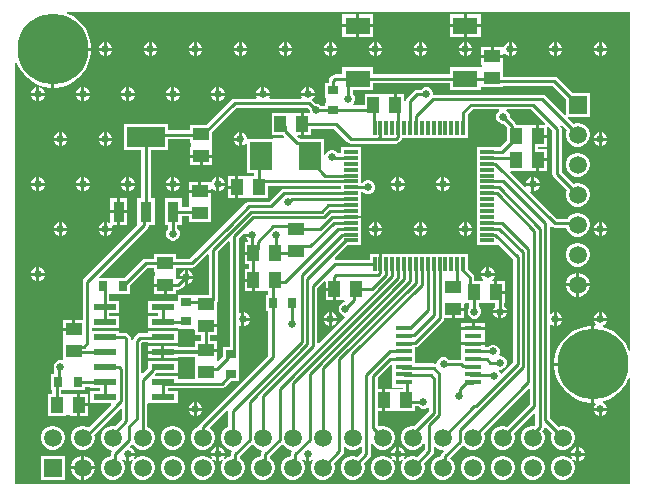
<source format=gtl>
G04*
G04 #@! TF.GenerationSoftware,Altium Limited,Altium Designer,21.2.2 (38)*
G04*
G04 Layer_Physical_Order=1*
G04 Layer_Color=255*
%FSLAX25Y25*%
%MOIN*%
G70*
G04*
G04 #@! TF.SameCoordinates,52F74DFF-F1B3-44F2-A22A-B2578409EFCC*
G04*
G04*
G04 #@! TF.FilePolarity,Positive*
G04*
G01*
G75*
%ADD13C,0.01000*%
%ADD15R,0.05315X0.03937*%
%ADD16R,0.03347X0.02756*%
%ADD17R,0.03937X0.05315*%
%ADD18R,0.04724X0.01181*%
%ADD19R,0.01181X0.04724*%
%ADD20R,0.08268X0.05512*%
%ADD21R,0.02756X0.03347*%
%ADD22R,0.03740X0.06890*%
%ADD23R,0.12598X0.06890*%
%ADD24R,0.05807X0.01772*%
%ADD25R,0.07480X0.09449*%
%ADD26R,0.07800X0.02200*%
%ADD44C,0.01200*%
%ADD45C,0.05906*%
%ADD46R,0.05906X0.05906*%
%ADD47C,0.23622*%
%ADD48R,0.05906X0.05906*%
%ADD49C,0.02559*%
G36*
X362500Y154604D02*
X362000Y154525D01*
X361872Y154918D01*
X360957Y156714D01*
X359772Y158346D01*
X358346Y159772D01*
X356714Y160957D01*
X354918Y161872D01*
X353402Y162365D01*
X353381Y162898D01*
X353791Y163067D01*
X354433Y163709D01*
X354760Y164500D01*
X350240D01*
X350568Y163709D01*
X350965Y163311D01*
X350758Y162811D01*
X350500D01*
Y150000D01*
Y137189D01*
X350758D01*
X350965Y136689D01*
X350568Y136291D01*
X350240Y135500D01*
X354760D01*
X354433Y136291D01*
X353791Y136933D01*
X353381Y137102D01*
X353402Y137635D01*
X354918Y138128D01*
X356714Y139043D01*
X358346Y140228D01*
X359772Y141654D01*
X360957Y143286D01*
X361872Y145082D01*
X362000Y145475D01*
X362500Y145396D01*
Y110000D01*
X157500D01*
Y250396D01*
X158000Y250475D01*
X158128Y250082D01*
X159043Y248286D01*
X160228Y246654D01*
X161654Y245228D01*
X163286Y244043D01*
X165082Y243128D01*
X167000Y242504D01*
X168992Y242189D01*
X169500D01*
Y255000D01*
X170000D01*
Y255500D01*
X182811D01*
Y256008D01*
X182496Y258000D01*
X181872Y259918D01*
X180957Y261714D01*
X179772Y263346D01*
X178346Y264772D01*
X176714Y265957D01*
X174918Y266872D01*
X174525Y267000D01*
X174604Y267500D01*
X362500D01*
Y154604D01*
D02*
G37*
%LPC*%
G36*
X312547Y266614D02*
X307913D01*
Y263358D01*
X312547D01*
Y266614D01*
D02*
G37*
G36*
X276720D02*
X272087D01*
Y263358D01*
X276720D01*
Y266614D01*
D02*
G37*
G36*
X271087D02*
X266453D01*
Y263358D01*
X271087D01*
Y266614D01*
D02*
G37*
G36*
X306913D02*
X302279D01*
Y263358D01*
X306913D01*
Y266614D01*
D02*
G37*
G36*
X312547Y262358D02*
X307913D01*
Y259102D01*
X312547D01*
Y262358D01*
D02*
G37*
G36*
X306913D02*
X302279D01*
Y259102D01*
X306913D01*
Y262358D01*
D02*
G37*
G36*
X276720D02*
X272087D01*
Y259102D01*
X276720D01*
Y262358D01*
D02*
G37*
G36*
X271087D02*
X266453D01*
Y259102D01*
X271087D01*
Y262358D01*
D02*
G37*
G36*
X353000Y257260D02*
Y255500D01*
X354760D01*
X354433Y256291D01*
X353791Y256932D01*
X353000Y257260D01*
D02*
G37*
G36*
X352000D02*
X351209Y256932D01*
X350568Y256291D01*
X350240Y255500D01*
X352000D01*
Y257260D01*
D02*
G37*
G36*
X338000D02*
Y255500D01*
X339760D01*
X339433Y256291D01*
X338791Y256932D01*
X338000Y257260D01*
D02*
G37*
G36*
X337000D02*
X336209Y256932D01*
X335567Y256291D01*
X335240Y255500D01*
X337000D01*
Y257260D01*
D02*
G37*
G36*
X323000D02*
Y255500D01*
X324760D01*
X324432Y256291D01*
X323791Y256932D01*
X323000Y257260D01*
D02*
G37*
G36*
X308000D02*
Y255500D01*
X309760D01*
X309433Y256291D01*
X308791Y256932D01*
X308000Y257260D01*
D02*
G37*
G36*
X307000D02*
X306209Y256932D01*
X305568Y256291D01*
X305240Y255500D01*
X307000D01*
Y257260D01*
D02*
G37*
G36*
X293000D02*
Y255500D01*
X294760D01*
X294432Y256291D01*
X293791Y256932D01*
X293000Y257260D01*
D02*
G37*
G36*
X292000D02*
X291209Y256932D01*
X290567Y256291D01*
X290240Y255500D01*
X292000D01*
Y257260D01*
D02*
G37*
G36*
X278000D02*
Y255500D01*
X279760D01*
X279433Y256291D01*
X278791Y256932D01*
X278000Y257260D01*
D02*
G37*
G36*
X277000D02*
X276209Y256932D01*
X275568Y256291D01*
X275240Y255500D01*
X277000D01*
Y257260D01*
D02*
G37*
G36*
X263000D02*
Y255500D01*
X264760D01*
X264433Y256291D01*
X263791Y256932D01*
X263000Y257260D01*
D02*
G37*
G36*
X262000D02*
X261209Y256932D01*
X260567Y256291D01*
X260240Y255500D01*
X262000D01*
Y257260D01*
D02*
G37*
G36*
X248000D02*
Y255500D01*
X249760D01*
X249432Y256291D01*
X248791Y256932D01*
X248000Y257260D01*
D02*
G37*
G36*
X247000D02*
X246209Y256932D01*
X245567Y256291D01*
X245240Y255500D01*
X247000D01*
Y257260D01*
D02*
G37*
G36*
X233000D02*
Y255500D01*
X234760D01*
X234433Y256291D01*
X233791Y256932D01*
X233000Y257260D01*
D02*
G37*
G36*
X232000D02*
X231209Y256932D01*
X230568Y256291D01*
X230240Y255500D01*
X232000D01*
Y257260D01*
D02*
G37*
G36*
X218000D02*
Y255500D01*
X219760D01*
X219432Y256291D01*
X218791Y256932D01*
X218000Y257260D01*
D02*
G37*
G36*
X217000D02*
X216209Y256932D01*
X215567Y256291D01*
X215240Y255500D01*
X217000D01*
Y257260D01*
D02*
G37*
G36*
X203000D02*
Y255500D01*
X204760D01*
X204433Y256291D01*
X203791Y256932D01*
X203000Y257260D01*
D02*
G37*
G36*
X202000D02*
X201209Y256932D01*
X200568Y256291D01*
X200240Y255500D01*
X202000D01*
Y257260D01*
D02*
G37*
G36*
X188000D02*
Y255500D01*
X189760D01*
X189433Y256291D01*
X188791Y256932D01*
X188000Y257260D01*
D02*
G37*
G36*
X187000D02*
X186209Y256932D01*
X185567Y256291D01*
X185240Y255500D01*
X187000D01*
Y257260D01*
D02*
G37*
G36*
X316000Y255610D02*
X312842D01*
Y253142D01*
X316000D01*
Y255610D01*
D02*
G37*
G36*
X354760Y254500D02*
X353000D01*
Y252740D01*
X353791Y253067D01*
X354433Y253709D01*
X354760Y254500D01*
D02*
G37*
G36*
X352000D02*
X350240D01*
X350568Y253709D01*
X351209Y253067D01*
X352000Y252740D01*
Y254500D01*
D02*
G37*
G36*
X339760D02*
X338000D01*
Y252740D01*
X338791Y253067D01*
X339433Y253709D01*
X339760Y254500D01*
D02*
G37*
G36*
X337000D02*
X335240D01*
X335567Y253709D01*
X336209Y253067D01*
X337000Y252740D01*
Y254500D01*
D02*
G37*
G36*
X324760D02*
X323000D01*
Y252740D01*
X323791Y253067D01*
X324432Y253709D01*
X324760Y254500D01*
D02*
G37*
G36*
X322000Y257260D02*
X321209Y256932D01*
X320567Y256291D01*
X320444Y255992D01*
X320158Y255610D01*
X319785Y255610D01*
X317000D01*
Y253142D01*
X320158D01*
Y253466D01*
X320234Y253511D01*
X320657Y253619D01*
X321209Y253067D01*
X322000Y252740D01*
Y255000D01*
Y257260D01*
D02*
G37*
G36*
X309760Y254500D02*
X308000D01*
Y252740D01*
X308791Y253067D01*
X309433Y253709D01*
X309760Y254500D01*
D02*
G37*
G36*
X307000D02*
X305240D01*
X305568Y253709D01*
X306209Y253067D01*
X307000Y252740D01*
Y254500D01*
D02*
G37*
G36*
X294760D02*
X293000D01*
Y252740D01*
X293791Y253067D01*
X294432Y253709D01*
X294760Y254500D01*
D02*
G37*
G36*
X292000D02*
X290240D01*
X290567Y253709D01*
X291209Y253067D01*
X292000Y252740D01*
Y254500D01*
D02*
G37*
G36*
X279760D02*
X278000D01*
Y252740D01*
X278791Y253067D01*
X279433Y253709D01*
X279760Y254500D01*
D02*
G37*
G36*
X277000D02*
X275240D01*
X275568Y253709D01*
X276209Y253067D01*
X277000Y252740D01*
Y254500D01*
D02*
G37*
G36*
X264760D02*
X263000D01*
Y252740D01*
X263791Y253067D01*
X264433Y253709D01*
X264760Y254500D01*
D02*
G37*
G36*
X262000D02*
X260240D01*
X260567Y253709D01*
X261209Y253067D01*
X262000Y252740D01*
Y254500D01*
D02*
G37*
G36*
X249760D02*
X248000D01*
Y252740D01*
X248791Y253067D01*
X249432Y253709D01*
X249760Y254500D01*
D02*
G37*
G36*
X247000D02*
X245240D01*
X245567Y253709D01*
X246209Y253067D01*
X247000Y252740D01*
Y254500D01*
D02*
G37*
G36*
X234760D02*
X233000D01*
Y252740D01*
X233791Y253067D01*
X234433Y253709D01*
X234760Y254500D01*
D02*
G37*
G36*
X232000D02*
X230240D01*
X230568Y253709D01*
X231209Y253067D01*
X232000Y252740D01*
Y254500D01*
D02*
G37*
G36*
X219760D02*
X218000D01*
Y252740D01*
X218791Y253067D01*
X219432Y253709D01*
X219760Y254500D01*
D02*
G37*
G36*
X217000D02*
X215240D01*
X215567Y253709D01*
X216209Y253067D01*
X217000Y252740D01*
Y254500D01*
D02*
G37*
G36*
X204760D02*
X203000D01*
Y252740D01*
X203791Y253067D01*
X204433Y253709D01*
X204760Y254500D01*
D02*
G37*
G36*
X202000D02*
X200240D01*
X200568Y253709D01*
X201209Y253067D01*
X202000Y252740D01*
Y254500D01*
D02*
G37*
G36*
X189760D02*
X188000D01*
Y252740D01*
X188791Y253067D01*
X189433Y253709D01*
X189760Y254500D01*
D02*
G37*
G36*
X187000D02*
X185240D01*
X185567Y253709D01*
X186209Y253067D01*
X187000Y252740D01*
Y254500D01*
D02*
G37*
G36*
X320158Y252142D02*
X316500D01*
X312842D01*
Y249673D01*
X312842D01*
X312887Y249629D01*
X312887Y249173D01*
X312547Y248898D01*
X302279D01*
Y246671D01*
X276720D01*
Y248898D01*
X266453D01*
Y246671D01*
X264142D01*
X263557Y246555D01*
X263060Y246223D01*
X262419Y245581D01*
X262087Y245085D01*
X261971Y244500D01*
Y243626D01*
X260827D01*
Y238870D01*
X260906D01*
Y237130D01*
X260827D01*
Y236198D01*
X259447D01*
X259127Y236518D01*
X258289Y236865D01*
X257719D01*
X256503Y238081D01*
X256486Y238262D01*
X256932Y238709D01*
X257260Y239500D01*
X252740D01*
X252935Y239029D01*
X252601Y238529D01*
X242399D01*
X242065Y239029D01*
X242260Y239500D01*
X237740D01*
X237935Y239029D01*
X237601Y238529D01*
X230547D01*
X229962Y238413D01*
X229466Y238081D01*
X220995Y229610D01*
X215843D01*
Y228087D01*
X208356D01*
Y230120D01*
X193758D01*
Y221231D01*
X199528D01*
Y205317D01*
X198187D01*
Y196428D01*
X198187Y196428D01*
X198187D01*
X197875Y196077D01*
X180419Y178620D01*
X180087Y178124D01*
X179971Y177539D01*
Y164610D01*
X177500D01*
Y161642D01*
X177000D01*
Y161142D01*
X173343D01*
Y158673D01*
X173421D01*
Y157327D01*
X173343D01*
Y151660D01*
X172975Y151301D01*
X172888Y151279D01*
X172047D01*
X171209Y150933D01*
X170568Y150291D01*
X170220Y149453D01*
Y148547D01*
X170385Y148149D01*
X170347Y147954D01*
Y146673D01*
X169374D01*
Y141327D01*
X169723D01*
Y140157D01*
X168390D01*
Y132843D01*
X174327D01*
Y132921D01*
X175673D01*
Y132843D01*
X178142D01*
Y136500D01*
Y140157D01*
X175673D01*
Y140079D01*
X174327D01*
Y140157D01*
X172781D01*
Y141327D01*
X174130D01*
Y141406D01*
X175870D01*
Y141327D01*
X180626D01*
Y142471D01*
X182400D01*
Y141900D01*
X185771D01*
Y141100D01*
X182400D01*
Y136900D01*
X189222D01*
X189414Y136438D01*
X181927Y128952D01*
X181526Y129183D01*
X180520Y129453D01*
X179480D01*
X178474Y129183D01*
X177573Y128663D01*
X176837Y127927D01*
X176317Y127026D01*
X176047Y126020D01*
Y124980D01*
X176317Y123974D01*
X176837Y123073D01*
X177573Y122337D01*
X178474Y121817D01*
X179480Y121547D01*
X180520D01*
X181526Y121817D01*
X182427Y122337D01*
X183163Y123073D01*
X183683Y123974D01*
X183953Y124980D01*
Y126020D01*
X183819Y126518D01*
X192509Y135207D01*
X192971Y135016D01*
Y131562D01*
X190789Y129381D01*
X190520Y129453D01*
X189480D01*
X188474Y129183D01*
X187573Y128663D01*
X186837Y127927D01*
X186317Y127026D01*
X186047Y126020D01*
Y124980D01*
X186317Y123974D01*
X186837Y123073D01*
X187573Y122337D01*
X188474Y121817D01*
X189480Y121547D01*
X189528D01*
X189720Y121085D01*
X189669Y121034D01*
X189337Y120538D01*
X189220Y119953D01*
Y119383D01*
X188474Y119183D01*
X187573Y118663D01*
X186837Y117927D01*
X186317Y117026D01*
X186047Y116020D01*
Y114980D01*
X186317Y113974D01*
X186837Y113073D01*
X187573Y112337D01*
X188474Y111817D01*
X189480Y111547D01*
X190520D01*
X191526Y111817D01*
X192427Y112337D01*
X193163Y113073D01*
X193683Y113974D01*
X193953Y114980D01*
Y116020D01*
X193683Y117026D01*
X193163Y117927D01*
X193531Y118245D01*
X193709Y118068D01*
X194500Y117740D01*
Y120000D01*
X195000D01*
Y120500D01*
X197260D01*
X196932Y121291D01*
X196291Y121932D01*
X195802Y122135D01*
X195685Y122725D01*
X196252Y123292D01*
X196748Y123227D01*
X196837Y123073D01*
X197573Y122337D01*
X198474Y121817D01*
X199480Y121547D01*
X200520D01*
X201526Y121817D01*
X202427Y122337D01*
X203163Y123073D01*
X203683Y123974D01*
X203953Y124980D01*
Y126020D01*
X203683Y127026D01*
X203163Y127927D01*
X202427Y128663D01*
X201529Y129181D01*
Y136512D01*
X201800Y136900D01*
X211600D01*
Y141100D01*
X208229D01*
Y141900D01*
X211600D01*
Y141971D01*
X226248D01*
X226833Y142087D01*
X227329Y142419D01*
X229285Y144374D01*
X232173D01*
Y149130D01*
X232094D01*
Y150870D01*
X232173D01*
Y155626D01*
X232029D01*
Y162601D01*
X232445Y162878D01*
X232780Y162740D01*
Y165000D01*
Y167260D01*
X232445Y167122D01*
X232029Y167400D01*
Y192023D01*
X233835Y193829D01*
X234259Y193545D01*
X234240Y193500D01*
X236500D01*
Y192500D01*
X234240D01*
X234567Y191709D01*
X234971Y191306D01*
Y190657D01*
X233890D01*
Y187500D01*
X236858D01*
Y186500D01*
X233890D01*
Y183343D01*
X235329D01*
Y181658D01*
X233890D01*
Y178500D01*
X236858D01*
Y178000D01*
X237358D01*
Y174343D01*
X239827D01*
Y174421D01*
X241173D01*
Y174343D01*
X241723D01*
Y173173D01*
X240874D01*
Y167827D01*
X241723D01*
Y152885D01*
X218919Y130081D01*
X218587Y129585D01*
X218509Y129193D01*
X218474Y129183D01*
X217573Y128663D01*
X216837Y127927D01*
X216317Y127026D01*
X216047Y126020D01*
Y124980D01*
X216317Y123974D01*
X216837Y123073D01*
X217573Y122337D01*
X218474Y121817D01*
X219480Y121547D01*
X220520D01*
X221526Y121817D01*
X222427Y122337D01*
X223163Y123073D01*
X223683Y123974D01*
X223953Y124980D01*
Y126020D01*
X223683Y127026D01*
X223163Y127927D01*
X222427Y128663D01*
X222402Y128678D01*
X222336Y129173D01*
X228045Y134882D01*
X228506Y134636D01*
X228471Y134457D01*
Y129181D01*
X227573Y128663D01*
X226837Y127927D01*
X226317Y127026D01*
X226047Y126020D01*
Y124980D01*
X226317Y123974D01*
X226837Y123073D01*
X227573Y122337D01*
X228474Y121817D01*
X229480Y121547D01*
X229528D01*
X229720Y121085D01*
X229668Y121034D01*
X229337Y120538D01*
X229221Y119953D01*
Y119383D01*
X228474Y119183D01*
X227573Y118663D01*
X227301Y118391D01*
X226933Y118709D01*
X227260Y119500D01*
X225500D01*
Y117740D01*
X226291Y118068D01*
X226469Y118245D01*
X226837Y117927D01*
X226317Y117026D01*
X226047Y116020D01*
Y114980D01*
X226317Y113974D01*
X226837Y113073D01*
X227573Y112337D01*
X228474Y111817D01*
X229480Y111547D01*
X230520D01*
X231526Y111817D01*
X232427Y112337D01*
X233163Y113073D01*
X233683Y113974D01*
X233953Y114980D01*
Y116020D01*
X233683Y117026D01*
X233163Y117927D01*
X232427Y118663D01*
X232279Y118748D01*
Y119319D01*
X236252Y123292D01*
X236748Y123227D01*
X236837Y123073D01*
X237573Y122337D01*
X238474Y121817D01*
X239480Y121547D01*
X239528D01*
X239720Y121085D01*
X239668Y121034D01*
X239337Y120538D01*
X239220Y119953D01*
Y119383D01*
X238474Y119183D01*
X237573Y118663D01*
X236837Y117927D01*
X236317Y117026D01*
X236047Y116020D01*
Y114980D01*
X236317Y113974D01*
X236837Y113073D01*
X237573Y112337D01*
X238474Y111817D01*
X239480Y111547D01*
X240520D01*
X241526Y111817D01*
X242427Y112337D01*
X243163Y113073D01*
X243683Y113974D01*
X243953Y114980D01*
Y116020D01*
X243683Y117026D01*
X243163Y117927D01*
X242427Y118663D01*
X242279Y118748D01*
Y119319D01*
X246252Y123292D01*
X246748Y123227D01*
X246837Y123073D01*
X247573Y122337D01*
X248474Y121817D01*
X249480Y121547D01*
X249528D01*
X249720Y121085D01*
X249669Y121034D01*
X249337Y120538D01*
X249220Y119953D01*
Y119383D01*
X248474Y119183D01*
X247573Y118663D01*
X246837Y117927D01*
X246317Y117026D01*
X246047Y116020D01*
Y114980D01*
X246317Y113974D01*
X246837Y113073D01*
X247573Y112337D01*
X248474Y111817D01*
X249480Y111547D01*
X250520D01*
X251526Y111817D01*
X252427Y112337D01*
X253163Y113073D01*
X253683Y113974D01*
X253953Y114980D01*
Y116020D01*
X253683Y117026D01*
X253163Y117927D01*
X253531Y118245D01*
X253709Y118068D01*
X254500Y117740D01*
Y120000D01*
X255500D01*
Y117740D01*
X256291Y118068D01*
X256469Y118245D01*
X256837Y117927D01*
X256317Y117026D01*
X256047Y116020D01*
Y114980D01*
X256317Y113974D01*
X256837Y113073D01*
X257573Y112337D01*
X258474Y111817D01*
X259480Y111547D01*
X260520D01*
X261526Y111817D01*
X262427Y112337D01*
X263163Y113073D01*
X263683Y113974D01*
X263953Y114980D01*
Y116020D01*
X263685Y117022D01*
X266581Y119919D01*
X266913Y120415D01*
X267029Y121000D01*
Y122227D01*
X267491Y122419D01*
X267573Y122337D01*
X268474Y121817D01*
X269480Y121547D01*
X270520D01*
X271526Y121817D01*
X272427Y122337D01*
X272509Y122419D01*
X272971Y122227D01*
Y120633D01*
X271522Y119185D01*
X270520Y119453D01*
X269480D01*
X268474Y119183D01*
X267573Y118663D01*
X266837Y117927D01*
X266317Y117026D01*
X266047Y116020D01*
Y114980D01*
X266317Y113974D01*
X266837Y113073D01*
X267573Y112337D01*
X268474Y111817D01*
X269480Y111547D01*
X270520D01*
X271526Y111817D01*
X272427Y112337D01*
X273163Y113073D01*
X273683Y113974D01*
X273953Y114980D01*
Y116020D01*
X273685Y117022D01*
X275581Y118919D01*
X275913Y119415D01*
X276029Y120000D01*
Y123472D01*
X276529Y123606D01*
X276837Y123073D01*
X277573Y122337D01*
X278474Y121817D01*
X279480Y121547D01*
X280520D01*
X281526Y121817D01*
X282427Y122337D01*
X283163Y123073D01*
X283683Y123974D01*
X283953Y124980D01*
Y126020D01*
X283683Y127026D01*
X283163Y127927D01*
X282427Y128663D01*
X281526Y129183D01*
X280520Y129453D01*
X279480D01*
X278711Y129247D01*
X278271Y129608D01*
Y134343D01*
X279858D01*
Y138000D01*
Y141657D01*
X278271D01*
Y145540D01*
X282529Y149799D01*
X283030Y149592D01*
Y144717D01*
Y142157D01*
X286612D01*
Y141657D01*
X284673D01*
Y141579D01*
X283327D01*
Y141657D01*
X280858D01*
Y138000D01*
Y134343D01*
X283327D01*
Y134421D01*
X284673D01*
Y134343D01*
X290610D01*
Y135971D01*
X291806D01*
X292209Y135567D01*
X293047Y135221D01*
X293953D01*
X294791Y135567D01*
X294978Y135754D01*
X295478Y135547D01*
Y134468D01*
X290462Y129453D01*
X289480D01*
X288474Y129183D01*
X287573Y128663D01*
X286837Y127927D01*
X286317Y127026D01*
X286047Y126020D01*
Y124980D01*
X286317Y123974D01*
X286837Y123073D01*
X287573Y122337D01*
X288474Y121817D01*
X289480Y121547D01*
X290520D01*
X291526Y121817D01*
X292427Y122337D01*
X293163Y123073D01*
X293471Y123606D01*
X293971Y123472D01*
Y121634D01*
X291522Y119185D01*
X290520Y119453D01*
X289480D01*
X288474Y119183D01*
X287573Y118663D01*
X287301Y118391D01*
X286932Y118709D01*
X287260Y119500D01*
X285500D01*
Y117740D01*
X286291Y118068D01*
X286469Y118245D01*
X286837Y117927D01*
X286317Y117026D01*
X286047Y116020D01*
Y114980D01*
X286317Y113974D01*
X286837Y113073D01*
X287573Y112337D01*
X288474Y111817D01*
X289480Y111547D01*
X290520D01*
X291526Y111817D01*
X292427Y112337D01*
X293163Y113073D01*
X293683Y113974D01*
X293953Y114980D01*
Y116020D01*
X293685Y117022D01*
X296581Y119919D01*
X296913Y120415D01*
X297029Y121000D01*
Y122227D01*
X297491Y122419D01*
X297573Y122337D01*
X298474Y121817D01*
X299480Y121547D01*
X300177D01*
X300384Y121047D01*
X299669Y120331D01*
X299337Y119835D01*
X299249Y119391D01*
X298474Y119183D01*
X297573Y118663D01*
X296837Y117927D01*
X296317Y117026D01*
X296047Y116020D01*
Y114980D01*
X296317Y113974D01*
X296837Y113073D01*
X297573Y112337D01*
X298474Y111817D01*
X299480Y111547D01*
X300520D01*
X301526Y111817D01*
X302427Y112337D01*
X303163Y113073D01*
X303683Y113974D01*
X303953Y114980D01*
Y116020D01*
X303683Y117026D01*
X303163Y117927D01*
X302427Y118663D01*
X302415Y118752D01*
X306450Y122787D01*
X306672Y122951D01*
X307116Y122794D01*
X307573Y122337D01*
X308474Y121817D01*
X309480Y121547D01*
X310520D01*
X311526Y121817D01*
X312427Y122337D01*
X313163Y123073D01*
X313683Y123974D01*
X313953Y124980D01*
Y126020D01*
X313685Y127022D01*
X328509Y141846D01*
X328971Y141654D01*
Y136634D01*
X321522Y129184D01*
X320520Y129453D01*
X319480D01*
X318474Y129183D01*
X317573Y128663D01*
X316837Y127927D01*
X316317Y127026D01*
X316047Y126020D01*
Y124980D01*
X316317Y123974D01*
X316837Y123073D01*
X317573Y122337D01*
X318474Y121817D01*
X319480Y121547D01*
X320520D01*
X321526Y121817D01*
X322427Y122337D01*
X323163Y123073D01*
X323683Y123974D01*
X323953Y124980D01*
Y126020D01*
X323685Y127022D01*
X330309Y133646D01*
X330771Y133454D01*
Y129761D01*
X330462Y129453D01*
X329480D01*
X328474Y129183D01*
X327573Y128663D01*
X326837Y127927D01*
X326317Y127026D01*
X326047Y126020D01*
Y124980D01*
X326317Y123974D01*
X326837Y123073D01*
X327573Y122337D01*
X328474Y121817D01*
X329480Y121547D01*
X330520D01*
X331526Y121817D01*
X332427Y122337D01*
X333163Y123073D01*
X333683Y123974D01*
X333953Y124980D01*
Y126020D01*
X333683Y127026D01*
X333199Y127864D01*
X333381Y128046D01*
X333713Y128542D01*
X333775Y128855D01*
X334318Y129019D01*
X336315Y127022D01*
X336047Y126020D01*
Y124980D01*
X336317Y123974D01*
X336837Y123073D01*
X337573Y122337D01*
X338474Y121817D01*
X339480Y121547D01*
X340520D01*
X341526Y121817D01*
X342427Y122337D01*
X343163Y123073D01*
X343683Y123974D01*
X343953Y124980D01*
Y126020D01*
X343683Y127026D01*
X343163Y127927D01*
X342427Y128663D01*
X341526Y129183D01*
X340520Y129453D01*
X339480D01*
X338478Y129184D01*
X335629Y132034D01*
Y162994D01*
X336091Y163185D01*
X336209Y163067D01*
X337000Y162740D01*
Y165000D01*
Y167260D01*
X336209Y166932D01*
X336091Y166815D01*
X335629Y167006D01*
Y195842D01*
X336091Y196033D01*
X336206Y195919D01*
X336702Y195587D01*
X337287Y195471D01*
X341184D01*
X341317Y194974D01*
X341837Y194073D01*
X342573Y193337D01*
X343474Y192817D01*
X344480Y192547D01*
X345520D01*
X346526Y192817D01*
X347427Y193337D01*
X348163Y194073D01*
X348683Y194974D01*
X348953Y195980D01*
Y197020D01*
X348683Y198026D01*
X348163Y198927D01*
X347427Y199663D01*
X346526Y200183D01*
X345520Y200453D01*
X344480D01*
X343474Y200183D01*
X342573Y199663D01*
X341837Y198927D01*
X341607Y198529D01*
X337921D01*
X329076Y207374D01*
X329359Y207798D01*
X329500Y207740D01*
Y209500D01*
X327740D01*
X327798Y209359D01*
X327374Y209076D01*
X322509Y213942D01*
X322700Y214404D01*
X327327D01*
Y214482D01*
X328673D01*
Y214404D01*
X331142D01*
Y218061D01*
X331642D01*
Y218561D01*
X334610D01*
Y221719D01*
X331729D01*
Y222342D01*
X334610D01*
Y225500D01*
X331642D01*
Y226000D01*
X331142D01*
Y229658D01*
X328673D01*
Y229579D01*
X327327D01*
Y229658D01*
X324542D01*
X324468Y230030D01*
X324137Y230526D01*
X322280Y232383D01*
Y232953D01*
X321933Y233791D01*
X321291Y234433D01*
X321199Y234471D01*
X321299Y234971D01*
X329366D01*
X334180Y230157D01*
X333973Y229658D01*
X332142D01*
Y226500D01*
X334610D01*
Y229020D01*
X335110Y229227D01*
X336501Y227836D01*
Y213469D01*
X336618Y212884D01*
X336949Y212388D01*
X341316Y208022D01*
X341047Y207020D01*
Y205980D01*
X341317Y204974D01*
X341837Y204073D01*
X342573Y203337D01*
X343474Y202817D01*
X344480Y202547D01*
X345520D01*
X346526Y202817D01*
X347427Y203337D01*
X348163Y204073D01*
X348683Y204974D01*
X348953Y205980D01*
Y207020D01*
X348683Y208026D01*
X348163Y208927D01*
X347427Y209663D01*
X346526Y210183D01*
X345520Y210453D01*
X344480D01*
X343478Y210185D01*
X339560Y214103D01*
Y228469D01*
X339444Y229055D01*
X339178Y229452D01*
X339567Y229770D01*
X341316Y228022D01*
X341047Y227020D01*
Y225980D01*
X341317Y224974D01*
X341837Y224073D01*
X342573Y223337D01*
X343474Y222817D01*
X344480Y222547D01*
X345520D01*
X346526Y222817D01*
X347427Y223337D01*
X348163Y224073D01*
X348683Y224974D01*
X348953Y225980D01*
Y227020D01*
X348683Y228026D01*
X348163Y228927D01*
X347427Y229663D01*
X346526Y230183D01*
X345520Y230453D01*
X344480D01*
X343478Y230185D01*
X341578Y232085D01*
X341769Y232547D01*
X348953D01*
Y240453D01*
X343210D01*
X338227Y245436D01*
X337731Y245767D01*
X337146Y245884D01*
X320158D01*
Y248327D01*
X320079D01*
Y249673D01*
X320158D01*
Y252142D01*
D02*
G37*
G36*
X182811Y254500D02*
X170500D01*
Y242189D01*
X171008D01*
X173000Y242504D01*
X174918Y243128D01*
X176714Y244043D01*
X178346Y245228D01*
X179772Y246654D01*
X180957Y248286D01*
X181872Y250082D01*
X182496Y252000D01*
X182811Y253992D01*
Y254500D01*
D02*
G37*
G36*
X255500Y242260D02*
Y240500D01*
X257260D01*
X256932Y241291D01*
X256291Y241933D01*
X255500Y242260D01*
D02*
G37*
G36*
X254500D02*
X253709Y241933D01*
X253067Y241291D01*
X252740Y240500D01*
X254500D01*
Y242260D01*
D02*
G37*
G36*
X240500D02*
Y240500D01*
X242260D01*
X241933Y241291D01*
X241291Y241933D01*
X240500Y242260D01*
D02*
G37*
G36*
X239500D02*
X238709Y241933D01*
X238068Y241291D01*
X237740Y240500D01*
X239500D01*
Y242260D01*
D02*
G37*
G36*
X225500D02*
Y240500D01*
X227260D01*
X226933Y241291D01*
X226291Y241933D01*
X225500Y242260D01*
D02*
G37*
G36*
X224500D02*
X223709Y241933D01*
X223067Y241291D01*
X222740Y240500D01*
X224500D01*
Y242260D01*
D02*
G37*
G36*
X210500D02*
Y240500D01*
X212260D01*
X211932Y241291D01*
X211291Y241933D01*
X210500Y242260D01*
D02*
G37*
G36*
X209500D02*
X208709Y241933D01*
X208067Y241291D01*
X207740Y240500D01*
X209500D01*
Y242260D01*
D02*
G37*
G36*
X195500D02*
Y240500D01*
X197260D01*
X196932Y241291D01*
X196291Y241933D01*
X195500Y242260D01*
D02*
G37*
G36*
X194500D02*
X193709Y241933D01*
X193068Y241291D01*
X192740Y240500D01*
X194500D01*
Y242260D01*
D02*
G37*
G36*
X180500D02*
Y240500D01*
X182260D01*
X181932Y241291D01*
X181291Y241933D01*
X180500Y242260D01*
D02*
G37*
G36*
X179500D02*
X178709Y241933D01*
X178068Y241291D01*
X177740Y240500D01*
X179500D01*
Y242260D01*
D02*
G37*
G36*
X165500D02*
Y240500D01*
X167260D01*
X166932Y241291D01*
X166291Y241933D01*
X165500Y242260D01*
D02*
G37*
G36*
X164500D02*
X163709Y241933D01*
X163067Y241291D01*
X162740Y240500D01*
X164500D01*
Y242260D01*
D02*
G37*
G36*
X227260Y239500D02*
X225500D01*
Y237740D01*
X226291Y238068D01*
X226933Y238709D01*
X227260Y239500D01*
D02*
G37*
G36*
X224500D02*
X222740D01*
X223067Y238709D01*
X223709Y238068D01*
X224500Y237740D01*
Y239500D01*
D02*
G37*
G36*
X212260D02*
X210500D01*
Y237740D01*
X211291Y238068D01*
X211932Y238709D01*
X212260Y239500D01*
D02*
G37*
G36*
X209500D02*
X207740D01*
X208067Y238709D01*
X208709Y238068D01*
X209500Y237740D01*
Y239500D01*
D02*
G37*
G36*
X197260D02*
X195500D01*
Y237740D01*
X196291Y238068D01*
X196932Y238709D01*
X197260Y239500D01*
D02*
G37*
G36*
X194500D02*
X192740D01*
X193068Y238709D01*
X193709Y238068D01*
X194500Y237740D01*
Y239500D01*
D02*
G37*
G36*
X182260D02*
X180500D01*
Y237740D01*
X181291Y238068D01*
X181932Y238709D01*
X182260Y239500D01*
D02*
G37*
G36*
X179500D02*
X177740D01*
X178068Y238709D01*
X178709Y238068D01*
X179500Y237740D01*
Y239500D01*
D02*
G37*
G36*
X167260D02*
X165500D01*
Y237740D01*
X166291Y238068D01*
X166932Y238709D01*
X167260Y239500D01*
D02*
G37*
G36*
X164500D02*
X162740D01*
X163067Y238709D01*
X163709Y238068D01*
X164500Y237740D01*
Y239500D01*
D02*
G37*
G36*
X353000Y227260D02*
Y225500D01*
X354760D01*
X354433Y226291D01*
X353791Y226933D01*
X353000Y227260D01*
D02*
G37*
G36*
X352000D02*
X351209Y226933D01*
X350568Y226291D01*
X350240Y225500D01*
X352000D01*
Y227260D01*
D02*
G37*
G36*
X188000D02*
Y225500D01*
X189760D01*
X189433Y226291D01*
X188791Y226933D01*
X188000Y227260D01*
D02*
G37*
G36*
X187000D02*
X186209Y226933D01*
X185567Y226291D01*
X185240Y225500D01*
X187000D01*
Y227260D01*
D02*
G37*
G36*
X173000D02*
Y225500D01*
X174760D01*
X174433Y226291D01*
X173791Y226933D01*
X173000Y227260D01*
D02*
G37*
G36*
X172000D02*
X171209Y226933D01*
X170568Y226291D01*
X170240Y225500D01*
X172000D01*
Y227260D01*
D02*
G37*
G36*
X354760Y224500D02*
X353000D01*
Y222740D01*
X353791Y223067D01*
X354433Y223709D01*
X354760Y224500D01*
D02*
G37*
G36*
X352000D02*
X350240D01*
X350568Y223709D01*
X351209Y223067D01*
X352000Y222740D01*
Y224500D01*
D02*
G37*
G36*
X189760D02*
X188000D01*
Y222740D01*
X188791Y223067D01*
X189433Y223709D01*
X189760Y224500D01*
D02*
G37*
G36*
X187000D02*
X185240D01*
X185567Y223709D01*
X186209Y223067D01*
X187000Y222740D01*
Y224500D01*
D02*
G37*
G36*
X174760D02*
X173000D01*
Y222740D01*
X173791Y223067D01*
X174433Y223709D01*
X174760Y224500D01*
D02*
G37*
G36*
X172000D02*
X170240D01*
X170568Y223709D01*
X171209Y223067D01*
X172000Y222740D01*
Y224500D01*
D02*
G37*
G36*
X334610Y217561D02*
X332142D01*
Y214404D01*
X334610D01*
Y217561D01*
D02*
G37*
G36*
X345520Y220453D02*
X344480D01*
X343474Y220183D01*
X342573Y219663D01*
X341837Y218927D01*
X341317Y218026D01*
X341047Y217020D01*
Y215980D01*
X341317Y214974D01*
X341837Y214073D01*
X342573Y213337D01*
X343474Y212817D01*
X344480Y212547D01*
X345520D01*
X346526Y212817D01*
X347427Y213337D01*
X348163Y214073D01*
X348683Y214974D01*
X348953Y215980D01*
Y217020D01*
X348683Y218026D01*
X348163Y218927D01*
X347427Y219663D01*
X346526Y220183D01*
X345520Y220453D01*
D02*
G37*
G36*
X330500Y212260D02*
Y210500D01*
X332260D01*
X331932Y211291D01*
X331291Y211932D01*
X330500Y212260D01*
D02*
G37*
G36*
X329500D02*
X328709Y211932D01*
X328067Y211291D01*
X327740Y210500D01*
X329500D01*
Y212260D01*
D02*
G37*
G36*
X195500D02*
Y210500D01*
X197260D01*
X196932Y211291D01*
X196291Y211932D01*
X195500Y212260D01*
D02*
G37*
G36*
X194500D02*
X193709Y211932D01*
X193068Y211291D01*
X192740Y210500D01*
X194500D01*
Y212260D01*
D02*
G37*
G36*
X180500D02*
Y210500D01*
X182260D01*
X181932Y211291D01*
X181291Y211932D01*
X180500Y212260D01*
D02*
G37*
G36*
X179500D02*
X178709Y211932D01*
X178068Y211291D01*
X177740Y210500D01*
X179500D01*
Y212260D01*
D02*
G37*
G36*
X165500D02*
Y210500D01*
X167260D01*
X166932Y211291D01*
X166291Y211932D01*
X165500Y212260D01*
D02*
G37*
G36*
X164500D02*
X163709Y211932D01*
X163067Y211291D01*
X162740Y210500D01*
X164500D01*
Y212260D01*
D02*
G37*
G36*
X332260Y209500D02*
X330500D01*
Y207740D01*
X331291Y208067D01*
X331932Y208709D01*
X332260Y209500D01*
D02*
G37*
G36*
X197260D02*
X195500D01*
Y207740D01*
X196291Y208067D01*
X196932Y208709D01*
X197260Y209500D01*
D02*
G37*
G36*
X194500D02*
X192740D01*
X193068Y208709D01*
X193709Y208067D01*
X194500Y207740D01*
Y209500D01*
D02*
G37*
G36*
X182260D02*
X180500D01*
Y207740D01*
X181291Y208067D01*
X181932Y208709D01*
X182260Y209500D01*
D02*
G37*
G36*
X179500D02*
X177740D01*
X178068Y208709D01*
X178709Y208067D01*
X179500Y207740D01*
Y209500D01*
D02*
G37*
G36*
X167260D02*
X165500D01*
Y207740D01*
X166291Y208067D01*
X166932Y208709D01*
X167260Y209500D01*
D02*
G37*
G36*
X164500D02*
X162740D01*
X163067Y208709D01*
X163709Y208067D01*
X164500Y207740D01*
Y209500D01*
D02*
G37*
G36*
X194872Y205317D02*
X192502D01*
Y201372D01*
X194872D01*
Y205317D01*
D02*
G37*
G36*
X191502D02*
X189132D01*
Y201372D01*
X191502D01*
Y205317D01*
D02*
G37*
G36*
Y200372D02*
X189132D01*
Y197245D01*
X188632Y196998D01*
X188000Y197260D01*
Y195500D01*
X189760D01*
X189583Y195927D01*
X189917Y196427D01*
X191502D01*
Y200372D01*
D02*
G37*
G36*
X194872D02*
X192502D01*
Y196427D01*
X194872D01*
Y200372D01*
D02*
G37*
G36*
X353000Y197260D02*
Y195500D01*
X354760D01*
X354433Y196291D01*
X353791Y196932D01*
X353000Y197260D01*
D02*
G37*
G36*
X352000D02*
X351209Y196932D01*
X350568Y196291D01*
X350240Y195500D01*
X352000D01*
Y197260D01*
D02*
G37*
G36*
X187000D02*
X186209Y196932D01*
X185567Y196291D01*
X185240Y195500D01*
X187000D01*
Y197260D01*
D02*
G37*
G36*
X173000D02*
Y195500D01*
X174760D01*
X174433Y196291D01*
X173791Y196932D01*
X173000Y197260D01*
D02*
G37*
G36*
X172000D02*
X171209Y196932D01*
X170568Y196291D01*
X170240Y195500D01*
X172000D01*
Y197260D01*
D02*
G37*
G36*
X354760Y194500D02*
X353000D01*
Y192740D01*
X353791Y193068D01*
X354433Y193709D01*
X354760Y194500D01*
D02*
G37*
G36*
X352000D02*
X350240D01*
X350568Y193709D01*
X351209Y193068D01*
X352000Y192740D01*
Y194500D01*
D02*
G37*
G36*
X189760D02*
X188000D01*
Y192740D01*
X188791Y193068D01*
X189433Y193709D01*
X189760Y194500D01*
D02*
G37*
G36*
X187000D02*
X185240D01*
X185567Y193709D01*
X186209Y193068D01*
X187000Y192740D01*
Y194500D01*
D02*
G37*
G36*
X174760D02*
X173000D01*
Y192740D01*
X173791Y193068D01*
X174433Y193709D01*
X174760Y194500D01*
D02*
G37*
G36*
X172000D02*
X170240D01*
X170568Y193709D01*
X171209Y193068D01*
X172000Y192740D01*
Y194500D01*
D02*
G37*
G36*
X345520Y190453D02*
X344480D01*
X343474Y190183D01*
X342573Y189663D01*
X341837Y188927D01*
X341317Y188026D01*
X341047Y187020D01*
Y185980D01*
X341317Y184974D01*
X341837Y184073D01*
X342573Y183337D01*
X343474Y182817D01*
X344480Y182547D01*
X345520D01*
X346526Y182817D01*
X347427Y183337D01*
X348163Y184073D01*
X348683Y184974D01*
X348953Y185980D01*
Y187020D01*
X348683Y188026D01*
X348163Y188927D01*
X347427Y189663D01*
X346526Y190183D01*
X345520Y190453D01*
D02*
G37*
G36*
X165500Y182260D02*
Y180500D01*
X167260D01*
X166932Y181291D01*
X166291Y181932D01*
X165500Y182260D01*
D02*
G37*
G36*
X164500D02*
X163709Y181932D01*
X163067Y181291D01*
X162740Y180500D01*
X164500D01*
Y182260D01*
D02*
G37*
G36*
X167260Y179500D02*
X165500D01*
Y177740D01*
X166291Y178068D01*
X166932Y178709D01*
X167260Y179500D01*
D02*
G37*
G36*
X164500D02*
X162740D01*
X163067Y178709D01*
X163709Y178068D01*
X164500Y177740D01*
Y179500D01*
D02*
G37*
G36*
X345520Y180453D02*
X345500D01*
Y177000D01*
X348953D01*
Y177020D01*
X348683Y178026D01*
X348163Y178927D01*
X347427Y179663D01*
X346526Y180183D01*
X345520Y180453D01*
D02*
G37*
G36*
X344500D02*
X344480D01*
X343474Y180183D01*
X342573Y179663D01*
X341837Y178927D01*
X341317Y178026D01*
X341047Y177020D01*
Y177000D01*
X344500D01*
Y180453D01*
D02*
G37*
G36*
X236358Y177500D02*
X233890D01*
Y174343D01*
X236358D01*
Y177500D01*
D02*
G37*
G36*
X348953Y176000D02*
X345500D01*
Y172547D01*
X345520D01*
X346526Y172817D01*
X347427Y173337D01*
X348163Y174073D01*
X348683Y174974D01*
X348953Y175980D01*
Y176000D01*
D02*
G37*
G36*
X344500D02*
X341047D01*
Y175980D01*
X341317Y174974D01*
X341837Y174073D01*
X342573Y173337D01*
X343474Y172817D01*
X344480Y172547D01*
X344500D01*
Y176000D01*
D02*
G37*
G36*
X353000Y167260D02*
Y165500D01*
X354760D01*
X354433Y166291D01*
X353791Y166932D01*
X353000Y167260D01*
D02*
G37*
G36*
X352000D02*
X351209Y166932D01*
X350568Y166291D01*
X350240Y165500D01*
X352000D01*
Y167260D01*
D02*
G37*
G36*
X338000D02*
Y165500D01*
X339760D01*
X339433Y166291D01*
X338791Y166932D01*
X338000Y167260D01*
D02*
G37*
G36*
X233780D02*
Y165500D01*
X235540D01*
X235212Y166291D01*
X234571Y166932D01*
X233780Y167260D01*
D02*
G37*
G36*
X339760Y164500D02*
X338000D01*
Y162740D01*
X338791Y163067D01*
X339433Y163709D01*
X339760Y164500D01*
D02*
G37*
G36*
X235540D02*
X233780D01*
Y162740D01*
X234571Y163067D01*
X235212Y163709D01*
X235540Y164500D01*
D02*
G37*
G36*
X176500Y164610D02*
X173343D01*
Y162142D01*
X176500D01*
Y164610D01*
D02*
G37*
G36*
X349500Y162811D02*
X348992D01*
X347000Y162496D01*
X345082Y161872D01*
X343286Y160957D01*
X341654Y159772D01*
X340228Y158346D01*
X339043Y156714D01*
X338128Y154918D01*
X337504Y153000D01*
X337189Y151008D01*
Y150500D01*
X349500D01*
Y162811D01*
D02*
G37*
G36*
Y149500D02*
X337189D01*
Y148992D01*
X337504Y147000D01*
X338128Y145082D01*
X339043Y143286D01*
X340228Y141654D01*
X341654Y140228D01*
X343286Y139043D01*
X345082Y138128D01*
X347000Y137504D01*
X348992Y137189D01*
X349500D01*
Y149500D01*
D02*
G37*
G36*
X181610Y140157D02*
X179142D01*
Y137000D01*
X181610D01*
Y140157D01*
D02*
G37*
G36*
X218000Y137260D02*
Y135500D01*
X219760D01*
X219432Y136291D01*
X218791Y136933D01*
X218000Y137260D01*
D02*
G37*
G36*
X217000D02*
X216209Y136933D01*
X215567Y136291D01*
X215240Y135500D01*
X217000D01*
Y137260D01*
D02*
G37*
G36*
X181610Y136000D02*
X179142D01*
Y132843D01*
X181610D01*
Y136000D01*
D02*
G37*
G36*
X354760Y134500D02*
X353000D01*
Y132740D01*
X353791Y133068D01*
X354433Y133709D01*
X354760Y134500D01*
D02*
G37*
G36*
X352000D02*
X350240D01*
X350568Y133709D01*
X351209Y133068D01*
X352000Y132740D01*
Y134500D01*
D02*
G37*
G36*
X219760D02*
X218000D01*
Y132740D01*
X218791Y133068D01*
X219432Y133709D01*
X219760Y134500D01*
D02*
G37*
G36*
X217000D02*
X215240D01*
X215567Y133709D01*
X216209Y133068D01*
X217000Y132740D01*
Y134500D01*
D02*
G37*
G36*
X210520Y129453D02*
X209480D01*
X208474Y129183D01*
X207573Y128663D01*
X206837Y127927D01*
X206317Y127026D01*
X206047Y126020D01*
Y124980D01*
X206317Y123974D01*
X206837Y123073D01*
X207573Y122337D01*
X208474Y121817D01*
X209480Y121547D01*
X210520D01*
X211526Y121817D01*
X212427Y122337D01*
X213163Y123073D01*
X213683Y123974D01*
X213953Y124980D01*
Y126020D01*
X213683Y127026D01*
X213163Y127927D01*
X212427Y128663D01*
X211526Y129183D01*
X210520Y129453D01*
D02*
G37*
G36*
X170520D02*
X169480D01*
X168474Y129183D01*
X167573Y128663D01*
X166837Y127927D01*
X166317Y127026D01*
X166047Y126020D01*
Y124980D01*
X166317Y123974D01*
X166837Y123073D01*
X167573Y122337D01*
X168474Y121817D01*
X169480Y121547D01*
X170520D01*
X171526Y121817D01*
X172427Y122337D01*
X173163Y123073D01*
X173683Y123974D01*
X173953Y124980D01*
Y126020D01*
X173683Y127026D01*
X173163Y127927D01*
X172427Y128663D01*
X171526Y129183D01*
X170520Y129453D01*
D02*
G37*
G36*
X345500Y122260D02*
Y120500D01*
X347260D01*
X346933Y121291D01*
X346291Y121932D01*
X345500Y122260D01*
D02*
G37*
G36*
X344500D02*
X343709Y121932D01*
X343068Y121291D01*
X342740Y120500D01*
X344500D01*
Y122260D01*
D02*
G37*
G36*
X285500D02*
Y120500D01*
X287260D01*
X286932Y121291D01*
X286291Y121932D01*
X285500Y122260D01*
D02*
G37*
G36*
X284500D02*
X283709Y121932D01*
X283067Y121291D01*
X282740Y120500D01*
X284500D01*
Y122260D01*
D02*
G37*
G36*
X225500D02*
Y120500D01*
X227260D01*
X226933Y121291D01*
X226291Y121932D01*
X225500Y122260D01*
D02*
G37*
G36*
X224500D02*
X223709Y121932D01*
X223067Y121291D01*
X222740Y120500D01*
X224500D01*
Y122260D01*
D02*
G37*
G36*
X344500Y119500D02*
X342740D01*
X343068Y118709D01*
X342699Y118391D01*
X342427Y118663D01*
X341526Y119183D01*
X340520Y119453D01*
X339480D01*
X338474Y119183D01*
X337573Y118663D01*
X336837Y117927D01*
X336317Y117026D01*
X336047Y116020D01*
Y114980D01*
X336317Y113974D01*
X336837Y113073D01*
X337573Y112337D01*
X338474Y111817D01*
X339480Y111547D01*
X340520D01*
X341526Y111817D01*
X342427Y112337D01*
X343163Y113073D01*
X343683Y113974D01*
X343953Y114980D01*
Y116020D01*
X343683Y117026D01*
X343163Y117927D01*
X343531Y118245D01*
X343709Y118068D01*
X344500Y117740D01*
Y119500D01*
D02*
G37*
G36*
X284500D02*
X282740D01*
X283067Y118709D01*
X282699Y118391D01*
X282427Y118663D01*
X281526Y119183D01*
X280520Y119453D01*
X279480D01*
X278474Y119183D01*
X277573Y118663D01*
X276837Y117927D01*
X276317Y117026D01*
X276047Y116020D01*
Y114980D01*
X276317Y113974D01*
X276837Y113073D01*
X277573Y112337D01*
X278474Y111817D01*
X279480Y111547D01*
X280520D01*
X281526Y111817D01*
X282427Y112337D01*
X283163Y113073D01*
X283683Y113974D01*
X283953Y114980D01*
Y116020D01*
X283683Y117026D01*
X283163Y117927D01*
X283531Y118245D01*
X283709Y118068D01*
X284500Y117740D01*
Y119500D01*
D02*
G37*
G36*
X224500D02*
X222740D01*
X223067Y118709D01*
X222699Y118391D01*
X222427Y118663D01*
X221526Y119183D01*
X220520Y119453D01*
X219480D01*
X218474Y119183D01*
X217573Y118663D01*
X216837Y117927D01*
X216317Y117026D01*
X216047Y116020D01*
Y114980D01*
X216317Y113974D01*
X216837Y113073D01*
X217573Y112337D01*
X218474Y111817D01*
X219480Y111547D01*
X220520D01*
X221526Y111817D01*
X222427Y112337D01*
X223163Y113073D01*
X223683Y113974D01*
X223953Y114980D01*
Y116020D01*
X223683Y117026D01*
X223163Y117927D01*
X223531Y118245D01*
X223709Y118068D01*
X224500Y117740D01*
Y119500D01*
D02*
G37*
G36*
X347260D02*
X345500D01*
Y117740D01*
X346291Y118068D01*
X346933Y118709D01*
X347260Y119500D01*
D02*
G37*
G36*
X180520Y119453D02*
X180500D01*
Y116000D01*
X183953D01*
Y116020D01*
X183683Y117026D01*
X183163Y117927D01*
X182427Y118663D01*
X181526Y119183D01*
X180520Y119453D01*
D02*
G37*
G36*
X179500D02*
X179480D01*
X178474Y119183D01*
X177573Y118663D01*
X176837Y117927D01*
X176317Y117026D01*
X176047Y116020D01*
Y116000D01*
X179500D01*
Y119453D01*
D02*
G37*
G36*
X330520D02*
X329480D01*
X328474Y119183D01*
X327573Y118663D01*
X326837Y117927D01*
X326317Y117026D01*
X326047Y116020D01*
Y114980D01*
X326317Y113974D01*
X326837Y113073D01*
X327573Y112337D01*
X328474Y111817D01*
X329480Y111547D01*
X330520D01*
X331526Y111817D01*
X332427Y112337D01*
X333163Y113073D01*
X333683Y113974D01*
X333953Y114980D01*
Y116020D01*
X333683Y117026D01*
X333163Y117927D01*
X332427Y118663D01*
X331526Y119183D01*
X330520Y119453D01*
D02*
G37*
G36*
X320520D02*
X319480D01*
X318474Y119183D01*
X317573Y118663D01*
X316837Y117927D01*
X316317Y117026D01*
X316047Y116020D01*
Y114980D01*
X316317Y113974D01*
X316837Y113073D01*
X317573Y112337D01*
X318474Y111817D01*
X319480Y111547D01*
X320520D01*
X321526Y111817D01*
X322427Y112337D01*
X323163Y113073D01*
X323683Y113974D01*
X323953Y114980D01*
Y116020D01*
X323683Y117026D01*
X323163Y117927D01*
X322427Y118663D01*
X321526Y119183D01*
X320520Y119453D01*
D02*
G37*
G36*
X310520D02*
X309480D01*
X308474Y119183D01*
X307573Y118663D01*
X306837Y117927D01*
X306317Y117026D01*
X306047Y116020D01*
Y114980D01*
X306317Y113974D01*
X306837Y113073D01*
X307573Y112337D01*
X308474Y111817D01*
X309480Y111547D01*
X310520D01*
X311526Y111817D01*
X312427Y112337D01*
X313163Y113073D01*
X313683Y113974D01*
X313953Y114980D01*
Y116020D01*
X313683Y117026D01*
X313163Y117927D01*
X312427Y118663D01*
X311526Y119183D01*
X310520Y119453D01*
D02*
G37*
G36*
X210520D02*
X209480D01*
X208474Y119183D01*
X207573Y118663D01*
X206837Y117927D01*
X206317Y117026D01*
X206047Y116020D01*
Y114980D01*
X206317Y113974D01*
X206837Y113073D01*
X207573Y112337D01*
X208474Y111817D01*
X209480Y111547D01*
X210520D01*
X211526Y111817D01*
X212427Y112337D01*
X213163Y113073D01*
X213683Y113974D01*
X213953Y114980D01*
Y116020D01*
X213683Y117026D01*
X213163Y117927D01*
X212427Y118663D01*
X211526Y119183D01*
X210520Y119453D01*
D02*
G37*
G36*
X197260Y119500D02*
X195500D01*
Y117740D01*
X196291Y118068D01*
X196469Y118245D01*
X196837Y117927D01*
X196317Y117026D01*
X196047Y116020D01*
Y114980D01*
X196317Y113974D01*
X196837Y113073D01*
X197573Y112337D01*
X198474Y111817D01*
X199480Y111547D01*
X200520D01*
X201526Y111817D01*
X202427Y112337D01*
X203163Y113073D01*
X203683Y113974D01*
X203953Y114980D01*
Y116020D01*
X203683Y117026D01*
X203163Y117927D01*
X202427Y118663D01*
X201526Y119183D01*
X200520Y119453D01*
X199480D01*
X198474Y119183D01*
X197573Y118663D01*
X197301Y118391D01*
X196932Y118709D01*
X197260Y119500D01*
D02*
G37*
G36*
X183953Y115000D02*
X180500D01*
Y111547D01*
X180520D01*
X181526Y111817D01*
X182427Y112337D01*
X183163Y113073D01*
X183683Y113974D01*
X183953Y114980D01*
Y115000D01*
D02*
G37*
G36*
X179500D02*
X176047D01*
Y114980D01*
X176317Y113974D01*
X176837Y113073D01*
X177573Y112337D01*
X178474Y111817D01*
X179480Y111547D01*
X179500D01*
Y115000D01*
D02*
G37*
G36*
X173953Y119453D02*
X166047D01*
Y111547D01*
X173953D01*
Y119453D01*
D02*
G37*
%LPD*%
G36*
X302279Y241386D02*
X312547D01*
Y242012D01*
X312842Y242390D01*
X320158D01*
Y242825D01*
X336512D01*
X341047Y238290D01*
Y233269D01*
X340585Y233078D01*
X334281Y239381D01*
X333785Y239713D01*
X333200Y239829D01*
X296800D01*
X296779Y239846D01*
Y240453D01*
X296432Y241291D01*
X295791Y241933D01*
X294953Y242280D01*
X294047D01*
X293209Y241933D01*
X292806Y241529D01*
X291500D01*
X290915Y241413D01*
X290419Y241081D01*
X288043Y238706D01*
X287712Y238210D01*
X287610Y237701D01*
X287110Y237750D01*
Y240158D01*
X284642D01*
Y236500D01*
X283642D01*
Y240158D01*
X281173D01*
Y240079D01*
X279827D01*
Y240158D01*
X273890D01*
Y236281D01*
X270212D01*
X270005Y236781D01*
X270432Y237209D01*
X270779Y238047D01*
Y238953D01*
X270432Y239791D01*
X270029Y240194D01*
Y241386D01*
X276720D01*
Y243612D01*
X302279D01*
Y241386D01*
D02*
G37*
G36*
X255556Y234703D02*
Y234133D01*
X255581Y234073D01*
X255303Y233658D01*
X253642D01*
Y230000D01*
Y226343D01*
X256110D01*
Y228471D01*
X263592D01*
X268168Y223894D01*
X268665Y223563D01*
X269250Y223446D01*
X284271D01*
X284856Y223563D01*
X285352Y223894D01*
X286114Y224656D01*
X286445Y225152D01*
X286470Y225276D01*
X308354D01*
Y232000D01*
X308293D01*
Y233281D01*
X309983Y234971D01*
X318701D01*
X318801Y234471D01*
X318709Y234433D01*
X318068Y233791D01*
X317721Y232953D01*
Y232047D01*
X318068Y231209D01*
X318709Y230568D01*
X319547Y230221D01*
X320117D01*
X321390Y228947D01*
Y224505D01*
X319178Y222293D01*
X318000D01*
Y222354D01*
X311276D01*
Y219173D01*
Y217205D01*
Y213268D01*
Y209331D01*
Y205394D01*
Y201457D01*
Y197520D01*
Y193583D01*
Y189646D01*
X318000D01*
Y189849D01*
X318462Y190041D01*
X323371Y185132D01*
Y150603D01*
X319581Y146813D01*
X319090Y146910D01*
X318933Y147291D01*
X318473Y147751D01*
X318710Y148221D01*
X319453D01*
X320291Y148567D01*
X320933Y149209D01*
X321280Y150047D01*
Y150953D01*
X320933Y151791D01*
X320291Y152433D01*
X319453Y152779D01*
X319120D01*
X318785Y153279D01*
X319000Y153797D01*
Y154704D01*
X318653Y155542D01*
X318012Y156183D01*
X317174Y156530D01*
X316267D01*
X315429Y156183D01*
X315040Y155795D01*
X313970D01*
Y156339D01*
X310067D01*
X306163D01*
Y154953D01*
Y151520D01*
X301909D01*
X301506Y151923D01*
X300669Y152270D01*
X299762D01*
X298924Y151923D01*
X298283Y151282D01*
X297954Y150489D01*
X297860Y150391D01*
X297575Y150239D01*
X297435Y150211D01*
X296901Y150318D01*
X290837D01*
Y155566D01*
X291214Y155641D01*
X291710Y155972D01*
X299971Y164233D01*
X300303Y164729D01*
X300419Y165315D01*
Y165390D01*
X303000D01*
Y168358D01*
X303500D01*
Y168858D01*
X307157D01*
Y169939D01*
X307390Y170343D01*
X308829D01*
Y169053D01*
X308568Y168791D01*
X308221Y167953D01*
Y167047D01*
X308568Y166209D01*
X309209Y165568D01*
X310047Y165220D01*
X310953D01*
X311791Y165568D01*
X312433Y166209D01*
X312779Y167047D01*
Y167953D01*
X312433Y168791D01*
X311888Y169336D01*
Y170343D01*
X313327D01*
Y170421D01*
X314673D01*
Y170343D01*
X317471D01*
Y169194D01*
X317068Y168791D01*
X316740Y168000D01*
X321260D01*
X320933Y168791D01*
X320529Y169194D01*
Y170343D01*
X320610D01*
Y173500D01*
X317642D01*
Y174000D01*
X317142D01*
Y177657D01*
X316534D01*
X316489Y177734D01*
X316381Y178157D01*
X316933Y178709D01*
X317260Y179500D01*
X312740D01*
X313068Y178709D01*
X313400Y178377D01*
X313383Y177709D01*
X313327Y177657D01*
X310419D01*
Y179110D01*
X310303Y179695D01*
X309971Y180192D01*
X308384Y181779D01*
Y183272D01*
X308354Y183419D01*
Y186724D01*
X279583D01*
Y183369D01*
X279581Y183362D01*
X278827D01*
Y186724D01*
X275646D01*
Y184892D01*
X264116D01*
X263899Y185317D01*
X263892Y185375D01*
X268163Y189646D01*
X272724D01*
Y191614D01*
Y195551D01*
Y198732D01*
X269362D01*
Y199488D01*
X272724D01*
Y199488D01*
Y203425D01*
Y207447D01*
X273329D01*
X273709Y207067D01*
X274547Y206720D01*
X275453D01*
X276291Y207067D01*
X276933Y207709D01*
X277279Y208547D01*
Y209453D01*
X276933Y210291D01*
X276291Y210932D01*
X275453Y211280D01*
X274547D01*
X273709Y210932D01*
X273282Y210506D01*
X272724D01*
Y215236D01*
Y219173D01*
Y222354D01*
X266000D01*
Y220403D01*
X264821D01*
X264291Y220933D01*
X263453Y221280D01*
X262547D01*
X261709Y220933D01*
X261068Y220291D01*
X260811Y219672D01*
X260311Y219772D01*
Y225224D01*
X252479D01*
X252331Y225254D01*
X251980D01*
X251353Y225881D01*
X251544Y226343D01*
X252642D01*
Y230000D01*
Y233658D01*
X250173D01*
Y233579D01*
X248827D01*
Y233658D01*
X242890D01*
Y226343D01*
X246566D01*
X247202Y225706D01*
X247011Y225244D01*
X243366D01*
X243268Y225224D01*
X234780D01*
Y225453D01*
X234433Y226291D01*
X233791Y226933D01*
X233000Y227260D01*
Y225000D01*
Y222740D01*
X233791Y223067D01*
X234189Y223465D01*
X234689Y223258D01*
Y213776D01*
X237112D01*
Y212657D01*
X235673D01*
Y212579D01*
X234327D01*
Y212657D01*
X231858D01*
Y209000D01*
Y205343D01*
X234327D01*
Y205421D01*
X235673D01*
Y205343D01*
X241610D01*
Y209392D01*
X266000D01*
Y208529D01*
X247000D01*
X246415Y208413D01*
X245919Y208081D01*
X241967Y204129D01*
X235352D01*
X234767Y204013D01*
X234271Y203681D01*
X227819Y197229D01*
X227818Y197229D01*
X215760Y185171D01*
X211157D01*
Y186610D01*
X203842D01*
Y185171D01*
X200890D01*
X200305Y185055D01*
X199808Y184723D01*
X193758Y178673D01*
X190870D01*
Y178594D01*
X189130D01*
Y178673D01*
X185451D01*
X185259Y179135D01*
X201556Y195432D01*
X201887Y195928D01*
X201987Y196427D01*
X203927D01*
Y205317D01*
X202587D01*
Y221231D01*
X208356D01*
Y225028D01*
X215843D01*
Y223673D01*
X215921D01*
Y222327D01*
X215843D01*
Y219858D01*
X219500D01*
X223158D01*
Y222327D01*
X223079D01*
Y223673D01*
X223158D01*
Y227447D01*
X231181Y235471D01*
X254788D01*
X255556Y234703D01*
D02*
G37*
G36*
X221971Y186402D02*
Y173110D01*
X217342D01*
Y173110D01*
X217173Y173126D01*
Y173126D01*
X216849Y173126D01*
X211827D01*
Y171506D01*
X211600Y171100D01*
X201800D01*
Y166900D01*
X205171D01*
Y166100D01*
X201800D01*
Y161900D01*
X211600D01*
Y161900D01*
X211827Y161874D01*
Y161874D01*
X212089Y161874D01*
X217012D01*
X217322Y161436D01*
X217313Y161390D01*
X217342Y161242D01*
Y159890D01*
X218695D01*
X218843Y159860D01*
X218990Y159890D01*
X219471D01*
Y157610D01*
X217342D01*
Y155631D01*
X211600D01*
Y156100D01*
X207200D01*
Y154000D01*
Y151900D01*
X211600D01*
Y152369D01*
X217342D01*
Y151673D01*
X217421D01*
Y150327D01*
X217342D01*
Y145029D01*
X211600D01*
Y146100D01*
X204109D01*
X203918Y146562D01*
X204256Y146900D01*
X211600D01*
Y151100D01*
X201800D01*
Y148770D01*
X199991Y146961D01*
X199529Y147153D01*
Y157167D01*
X199719Y157356D01*
X201800D01*
Y156900D01*
X211600D01*
Y161100D01*
X201800D01*
Y160415D01*
X199086D01*
X198501Y160299D01*
X198004Y159967D01*
X196919Y158881D01*
X196587Y158385D01*
X196529Y158096D01*
X196029Y158145D01*
Y158414D01*
X195913Y159000D01*
X195581Y159496D01*
X194996Y160081D01*
X194500Y160413D01*
X193914Y160529D01*
X192200D01*
Y161100D01*
X183029D01*
Y161900D01*
X192200D01*
Y166100D01*
X188829D01*
Y166900D01*
X192200D01*
Y171100D01*
X188781D01*
Y173327D01*
X189130D01*
Y173406D01*
X190870D01*
Y173327D01*
X195626D01*
Y176215D01*
X201523Y182112D01*
X203842D01*
Y180673D01*
X203921D01*
Y179327D01*
X203842D01*
Y176858D01*
X207500D01*
Y176358D01*
X208000D01*
Y173390D01*
X211157D01*
Y174829D01*
X211858D01*
X212443Y174945D01*
X212940Y175277D01*
X214000Y176337D01*
Y178500D01*
X211837D01*
X211658Y178320D01*
X211157Y178527D01*
Y179327D01*
X211079D01*
Y180673D01*
X211157D01*
Y182112D01*
X216394D01*
X216979Y182229D01*
X217475Y182560D01*
X221509Y186594D01*
X221971Y186402D01*
D02*
G37*
G36*
X260890Y177482D02*
Y175500D01*
X263858D01*
Y175000D01*
X264358D01*
Y171343D01*
X266827D01*
Y171343D01*
X266906Y171421D01*
X267104D01*
X267371Y170921D01*
X267276Y170780D01*
X267047D01*
X266209Y170432D01*
X265567Y169791D01*
X265220Y168953D01*
Y168047D01*
X265567Y167209D01*
X266209Y166568D01*
X267047Y166220D01*
X267161D01*
X267352Y165759D01*
X258591Y156998D01*
X258129Y157189D01*
Y175375D01*
X260428Y177674D01*
X260890Y177482D01*
D02*
G37*
G36*
X228971Y190803D02*
Y155626D01*
X226827D01*
Y152738D01*
X225041Y150952D01*
X224579Y151143D01*
Y151673D01*
X224658D01*
Y154142D01*
X221000D01*
Y155142D01*
X224658D01*
Y157610D01*
X222529D01*
Y159890D01*
X224658D01*
Y162358D01*
X221000D01*
Y163358D01*
X224658D01*
Y165827D01*
X224579D01*
Y167173D01*
X224658D01*
Y170643D01*
X224913Y171025D01*
X225029Y171610D01*
Y187569D01*
X228471Y191010D01*
X228971Y190803D01*
D02*
G37*
%LPC*%
G36*
X232000Y227260D02*
X231209Y226933D01*
X230568Y226291D01*
X230240Y225500D01*
X232000D01*
Y227260D01*
D02*
G37*
G36*
Y224500D02*
X230240D01*
X230568Y223709D01*
X231209Y223067D01*
X232000Y222740D01*
Y224500D01*
D02*
G37*
G36*
X223158Y218858D02*
X220000D01*
Y216390D01*
X223158D01*
Y218858D01*
D02*
G37*
G36*
X219000D02*
X215843D01*
Y216390D01*
X219000D01*
Y218858D01*
D02*
G37*
G36*
X300500Y212260D02*
Y210500D01*
X302260D01*
X301933Y211291D01*
X301291Y211932D01*
X300500Y212260D01*
D02*
G37*
G36*
X299500D02*
X298709Y211932D01*
X298067Y211291D01*
X297740Y210500D01*
X299500D01*
Y212260D01*
D02*
G37*
G36*
X285500D02*
Y210500D01*
X287260D01*
X286932Y211291D01*
X286291Y211932D01*
X285500Y212260D01*
D02*
G37*
G36*
X284500D02*
X283709Y211932D01*
X283067Y211291D01*
X282740Y210500D01*
X284500D01*
Y212260D01*
D02*
G37*
G36*
X225500D02*
Y210500D01*
X227260D01*
X226933Y211291D01*
X226291Y211932D01*
X225500Y212260D01*
D02*
G37*
G36*
X210500D02*
Y210500D01*
X212260D01*
X211932Y211291D01*
X211291Y211932D01*
X210500Y212260D01*
D02*
G37*
G36*
X209500D02*
X208709Y211932D01*
X208067Y211291D01*
X207740Y210500D01*
X209500D01*
Y212260D01*
D02*
G37*
G36*
X230858Y212657D02*
X228390D01*
Y209500D01*
X230858D01*
Y212657D01*
D02*
G37*
G36*
X218500Y210610D02*
X215342D01*
Y208142D01*
X218500D01*
Y210610D01*
D02*
G37*
G36*
X302260Y209500D02*
X300500D01*
Y207740D01*
X301291Y208067D01*
X301933Y208709D01*
X302260Y209500D01*
D02*
G37*
G36*
X299500D02*
X297740D01*
X298067Y208709D01*
X298709Y208067D01*
X299500Y207740D01*
Y209500D01*
D02*
G37*
G36*
X287260D02*
X285500D01*
Y207740D01*
X286291Y208067D01*
X286932Y208709D01*
X287260Y209500D01*
D02*
G37*
G36*
X284500D02*
X282740D01*
X283067Y208709D01*
X283709Y208067D01*
X284500Y207740D01*
Y209500D01*
D02*
G37*
G36*
X227260D02*
X225500D01*
Y207740D01*
X226291Y208067D01*
X226933Y208709D01*
X227260Y209500D01*
D02*
G37*
G36*
X224500Y212260D02*
X223709Y211932D01*
X223067Y211291D01*
X222943Y210992D01*
X222657Y210610D01*
X222285Y210610D01*
X219500D01*
Y208142D01*
X222657D01*
Y208466D01*
X222734Y208511D01*
X223158Y208619D01*
X223709Y208067D01*
X224500Y207740D01*
Y210000D01*
Y212260D01*
D02*
G37*
G36*
X212260Y209500D02*
X210500D01*
Y207740D01*
X211291Y208067D01*
X211932Y208709D01*
X212260Y209500D01*
D02*
G37*
G36*
X209500D02*
X207740D01*
X208067Y208709D01*
X208709Y208067D01*
X209500Y207740D01*
Y209500D01*
D02*
G37*
G36*
X230858Y208500D02*
X228390D01*
Y205343D01*
X230858D01*
Y208500D01*
D02*
G37*
G36*
X222657Y207142D02*
X215342D01*
Y204673D01*
X215421D01*
Y203327D01*
X215342D01*
Y202388D01*
X212982D01*
Y205317D01*
X207242D01*
Y196427D01*
X208471D01*
Y195194D01*
X208067Y194791D01*
X207720Y193953D01*
Y193047D01*
X208067Y192209D01*
X208709Y191568D01*
X209547Y191220D01*
X210453D01*
X211291Y191568D01*
X211932Y192209D01*
X212280Y193047D01*
Y193953D01*
X211932Y194791D01*
X211529Y195194D01*
Y196427D01*
X212982D01*
Y199329D01*
X215342D01*
Y197390D01*
X222657D01*
Y203327D01*
X222579D01*
Y204673D01*
X222657D01*
Y207142D01*
D02*
G37*
G36*
X308000Y197260D02*
Y195500D01*
X309760D01*
X309433Y196291D01*
X308791Y196932D01*
X308000Y197260D01*
D02*
G37*
G36*
X307000D02*
X306209Y196932D01*
X305568Y196291D01*
X305240Y195500D01*
X307000D01*
Y197260D01*
D02*
G37*
G36*
X293000D02*
Y195500D01*
X294760D01*
X294432Y196291D01*
X293791Y196932D01*
X293000Y197260D01*
D02*
G37*
G36*
X292000D02*
X291209Y196932D01*
X290567Y196291D01*
X290240Y195500D01*
X292000D01*
Y197260D01*
D02*
G37*
G36*
X278000D02*
Y195500D01*
X279760D01*
X279433Y196291D01*
X278791Y196932D01*
X278000Y197260D01*
D02*
G37*
G36*
X277000D02*
X276209Y196932D01*
X275568Y196291D01*
X275240Y195500D01*
X277000D01*
Y197260D01*
D02*
G37*
G36*
X309760Y194500D02*
X308000D01*
Y192740D01*
X308791Y193068D01*
X309433Y193709D01*
X309760Y194500D01*
D02*
G37*
G36*
X307000D02*
X305240D01*
X305568Y193709D01*
X306209Y193068D01*
X307000Y192740D01*
Y194500D01*
D02*
G37*
G36*
X294760D02*
X293000D01*
Y192740D01*
X293791Y193068D01*
X294432Y193709D01*
X294760Y194500D01*
D02*
G37*
G36*
X292000D02*
X290240D01*
X290567Y193709D01*
X291209Y193068D01*
X292000Y192740D01*
Y194500D01*
D02*
G37*
G36*
X279760D02*
X278000D01*
Y192740D01*
X278791Y193068D01*
X279433Y193709D01*
X279760Y194500D01*
D02*
G37*
G36*
X277000D02*
X275240D01*
X275568Y193709D01*
X276209Y193068D01*
X277000Y192740D01*
Y194500D01*
D02*
G37*
G36*
X315500Y182260D02*
Y180500D01*
X317260D01*
X316933Y181291D01*
X316291Y181932D01*
X315500Y182260D01*
D02*
G37*
G36*
X314500D02*
X313709Y181932D01*
X313068Y181291D01*
X312740Y180500D01*
X314500D01*
Y182260D01*
D02*
G37*
G36*
X320610Y177657D02*
X318142D01*
Y174500D01*
X320610D01*
Y177657D01*
D02*
G37*
G36*
X307157Y167858D02*
X304000D01*
Y165390D01*
X307157D01*
Y167858D01*
D02*
G37*
G36*
X321260Y167000D02*
X319500D01*
Y165240D01*
X320291Y165568D01*
X320933Y166209D01*
X321260Y167000D01*
D02*
G37*
G36*
X318500D02*
X316740D01*
X317068Y166209D01*
X317709Y165568D01*
X318500Y165240D01*
Y167000D01*
D02*
G37*
G36*
X313970Y163842D02*
X310567D01*
Y162457D01*
X313970D01*
Y163842D01*
D02*
G37*
G36*
X309567D02*
X306163D01*
Y162457D01*
X309567D01*
Y163842D01*
D02*
G37*
G36*
X313970Y161457D02*
X310067D01*
X306163D01*
Y160071D01*
Y157512D01*
Y157339D01*
X310067D01*
X313970D01*
Y160071D01*
Y161457D01*
D02*
G37*
G36*
X215000Y181260D02*
Y179500D01*
X216760D01*
X216432Y180291D01*
X215791Y180932D01*
X215000Y181260D01*
D02*
G37*
G36*
X214000D02*
X213209Y180932D01*
X212567Y180291D01*
X212240Y179500D01*
X214000D01*
Y181260D01*
D02*
G37*
G36*
X216760Y178500D02*
X215000D01*
Y176740D01*
X215791Y177067D01*
X216432Y177709D01*
X216760Y178500D01*
D02*
G37*
G36*
X207000Y175858D02*
X203842D01*
Y173390D01*
X207000D01*
Y175858D01*
D02*
G37*
G36*
X206200Y156100D02*
X201800D01*
Y154500D01*
X206200D01*
Y156100D01*
D02*
G37*
G36*
Y153500D02*
X201800D01*
Y151900D01*
X206200D01*
Y153500D01*
D02*
G37*
G36*
X263358Y174500D02*
X260890D01*
Y171343D01*
X263358D01*
Y174500D01*
D02*
G37*
G36*
X263000Y167260D02*
Y165500D01*
X264760D01*
X264433Y166291D01*
X263791Y166932D01*
X263000Y167260D01*
D02*
G37*
G36*
X262000D02*
X261209Y166932D01*
X260567Y166291D01*
X260240Y165500D01*
X262000D01*
Y167260D01*
D02*
G37*
G36*
X264760Y164500D02*
X263000D01*
Y162740D01*
X263791Y163067D01*
X264433Y163709D01*
X264760Y164500D01*
D02*
G37*
G36*
X262000D02*
X260240D01*
X260567Y163709D01*
X261209Y163067D01*
X262000Y162740D01*
Y164500D01*
D02*
G37*
%LPD*%
D13*
X269284Y218873D02*
X269362Y218795D01*
X263127Y218873D02*
X269284D01*
X263000Y219000D02*
X263127Y218873D01*
X224729Y148477D02*
X228327Y152075D01*
X229205Y153248D02*
X229622D01*
X228327Y152370D02*
X229205Y153248D01*
X221000Y147358D02*
X222119Y148477D01*
X224729D01*
X228327Y152075D02*
Y152370D01*
X221000Y154642D02*
Y162858D01*
X218843Y161390D02*
X220311Y162858D01*
X221000D01*
X206700Y154000D02*
X209500D01*
X317642Y174953D02*
X319000Y173594D01*
X214500Y170748D02*
X222638D01*
X206826Y164126D02*
X214500D01*
X252331Y222740D02*
Y223724D01*
X247327Y227744D02*
X251346Y223724D01*
X247327Y227744D02*
Y229532D01*
X251346Y223724D02*
X252331D01*
X245858Y231000D02*
X247327Y229532D01*
X230500Y192657D02*
X234843Y197000D01*
X229622Y153248D02*
X230500Y154126D01*
Y192657D01*
X252331Y221256D02*
X260697Y212890D01*
X252331Y221256D02*
Y222740D01*
X255571Y219500D01*
X206700Y143500D02*
Y144000D01*
X332300Y129127D02*
Y195200D01*
X334100Y131400D02*
Y196900D01*
X320079Y210921D02*
X334100Y196900D01*
X330000Y125500D02*
Y126827D01*
X334100Y131400D02*
X340000Y125500D01*
X330000Y126827D02*
X332300Y129127D01*
X330500Y136000D02*
Y194454D01*
X321072Y126572D02*
X330500Y136000D01*
X318048Y206906D02*
X330500Y194454D01*
X318547Y208953D02*
X332300Y195200D01*
X326700Y149200D02*
Y187300D01*
X324900Y149969D02*
Y185765D01*
X310906Y135976D02*
X324900Y149969D01*
X328500Y144000D02*
Y188500D01*
X319858Y197142D02*
X328500Y188500D01*
X310000Y125500D02*
X328500Y144000D01*
X305547Y128047D02*
X326700Y149200D01*
X318827Y195173D02*
X326700Y187300D01*
X317539Y193127D02*
X324900Y185765D01*
X285032Y225737D02*
Y228560D01*
X284271Y224976D02*
X285032Y225737D01*
X278365Y224976D02*
X284271D01*
X285032Y228560D02*
X285110Y228638D01*
X279205Y225815D02*
Y228638D01*
X279205Y228638D02*
X279205Y228638D01*
X198000Y157800D02*
X199086Y158886D01*
X206586D01*
X198000Y131883D02*
Y157800D01*
X195500Y129383D02*
X198000Y131883D01*
X192114Y149000D02*
X192700Y148414D01*
X190000Y126429D02*
X194500Y130929D01*
X180639Y125500D02*
X192700Y137562D01*
X194500Y130929D02*
Y158414D01*
X190000Y125500D02*
Y126429D01*
X190750Y119953D02*
X195500Y124703D01*
Y129383D01*
X187300Y149000D02*
X192114D01*
X187300Y159000D02*
X193914D01*
X192700Y137562D02*
Y148414D01*
X193914Y159000D02*
X194500Y158414D01*
X286933Y146602D02*
X287306Y146229D01*
X295934D02*
X297007Y145156D01*
Y133835D02*
Y145156D01*
X287306Y146229D02*
X295934D01*
X255422Y237000D02*
X257836Y234586D01*
X220189Y226642D02*
X230547Y237000D01*
X255422D01*
X210000Y193500D02*
Y200760D01*
X310475Y135976D02*
X310906D01*
X316027Y146551D02*
X316578Y146000D01*
X309118Y146551D02*
X316027D01*
X316578Y146000D02*
X317000D01*
X300000Y125500D02*
X310475Y135976D01*
X264000Y241248D02*
Y241453D01*
X263500Y241248D02*
Y244500D01*
X264142Y245142D02*
X271587D01*
X263500Y244500D02*
X264142Y245142D01*
X244500Y187358D02*
Y193000D01*
X243500Y196000D02*
X248516D01*
X238327Y190827D02*
X243500Y196000D01*
X244142Y187000D02*
X244500Y187358D01*
X236858Y187000D02*
X238327Y188469D01*
Y190827D01*
X244500Y187000D02*
X250142D01*
X244142D02*
X244500D01*
X288642Y137500D02*
X293500D01*
X296901Y148788D02*
X298807Y146882D01*
X290000Y126827D02*
X297007Y133835D01*
X298807Y133089D02*
Y146882D01*
X295500Y129782D02*
X298807Y133089D01*
X309694Y149535D02*
X310067Y149161D01*
X306625Y149535D02*
X309694D01*
X306169Y149990D02*
X306625Y149535D01*
X300215Y149990D02*
X306169D01*
X286306Y148788D02*
X296901D01*
X323056Y227303D02*
Y229445D01*
X324358Y225311D02*
Y226000D01*
X323056Y227303D02*
X324358Y226000D01*
X320000Y232500D02*
X323056Y229445D01*
X306764Y233914D02*
X309350Y236500D01*
X330000D02*
X338031Y228469D01*
X291094Y232594D02*
X296800Y238300D01*
X333200D02*
X345000Y226500D01*
X309350Y236500D02*
X330000D01*
X296800Y238300D02*
X333200D01*
X227700Y192402D02*
X236098Y200800D01*
X227700Y192402D02*
Y192402D01*
X223500Y171610D02*
Y188202D01*
X227700Y192402D01*
X236843Y199000D02*
X260363D01*
X236098Y200800D02*
X259618D01*
X228900Y196148D02*
X235352Y202600D01*
X234843Y197000D02*
X234843D01*
X236843Y199000D01*
X235352Y202600D02*
X242600D01*
X207500Y183642D02*
X216394D01*
X228900Y196148D02*
Y196148D01*
X216394Y183642D02*
X228900Y196148D01*
X236500Y187358D02*
X236858Y187000D01*
X236500Y187358D02*
Y193000D01*
X211858Y176358D02*
X214500Y179000D01*
X207500Y176358D02*
X211858D01*
X236858Y178000D02*
Y187000D01*
X264226Y230000D02*
X269250Y224976D01*
X253642Y230000D02*
X264226D01*
X278365Y224976D02*
X279205Y225815D01*
X269250Y224976D02*
X278365D01*
X277124Y232343D02*
X277146Y232321D01*
Y228728D02*
Y232321D01*
X277124Y232343D02*
Y235797D01*
X268500Y242886D02*
X269117Y243503D01*
X268500Y238500D02*
Y242886D01*
X275610Y234752D02*
X276858Y236000D01*
X264000Y234752D02*
X275610D01*
X319811Y220764D02*
X324358Y225311D01*
X289124Y237625D02*
X291500Y240000D01*
X289124Y228715D02*
Y237625D01*
X269362Y208953D02*
X269386Y208976D01*
X291500Y240000D02*
X294500D01*
X269386Y208976D02*
X274976D01*
X289047Y228638D02*
X289124Y228715D01*
X259636Y205000D02*
X259648Y205012D01*
X248500Y204000D02*
X248865D01*
X274976Y208976D02*
X275000Y209000D01*
X248865Y204000D02*
X249865Y205000D01*
X259636D01*
X259648Y205012D02*
X269358D01*
X269362Y205016D01*
X285110Y228638D02*
Y235531D01*
X284142Y236500D02*
X285110Y235531D01*
X310358Y167642D02*
X310500Y167500D01*
X310358Y167642D02*
Y174953D01*
X271587Y245142D02*
X307413D01*
X267500Y168500D02*
X270428Y171428D01*
X291094Y228716D02*
Y232594D01*
X319000Y167500D02*
Y173594D01*
X257919Y234669D02*
X263917D01*
X257836Y234586D02*
X257919Y234669D01*
X263917D02*
X264000Y234752D01*
X171876Y144624D02*
Y147954D01*
X172500Y148578D01*
Y149000D01*
X247000Y207000D02*
X269346D01*
X242600Y202600D02*
X247000Y207000D01*
X269346D02*
X269362Y206984D01*
X259618Y200800D02*
X261865Y203047D01*
X269362D01*
X252468Y189327D02*
X255781D01*
X263596Y197142D01*
X251000Y187858D02*
X252468Y189327D01*
X250142Y187000D02*
X251000Y187858D01*
X262442Y201079D02*
X269362D01*
X263019Y199110D02*
X269362D01*
X259051Y195142D02*
X263019Y199110D01*
X251000Y195142D02*
X259051D01*
X260363Y199000D02*
X262442Y201079D01*
X263596Y197142D02*
X269362D01*
X243883Y177383D02*
X247383D01*
X265173Y195173D01*
X269362D01*
X288142Y138000D02*
Y143658D01*
X337146Y244354D02*
X345000Y236500D01*
X317500Y244354D02*
X337146D01*
X316713Y245142D02*
X317500Y244354D01*
X307413Y245142D02*
X316713D01*
X270428Y171428D02*
Y174287D01*
X271142Y175000D01*
X309681Y143658D02*
X310067Y144043D01*
X305798Y141798D02*
X307658Y143658D01*
X309681D01*
X305798Y139798D02*
Y141798D01*
X200890Y183642D02*
X207500D01*
X193248Y176000D02*
X200890Y183642D01*
X285110Y237469D02*
X285142Y237500D01*
X277146Y228728D02*
X277236Y228638D01*
X207200Y143500D02*
X226248D01*
X206700Y144000D02*
X207200Y143500D01*
X226248D02*
X229500Y146752D01*
X263858Y179114D02*
X264444Y179700D01*
X263858Y175000D02*
Y179114D01*
X264444Y179700D02*
X278365D01*
X255547Y124750D02*
Y146700D01*
X250000Y143698D02*
X285110Y178808D01*
X278365Y179700D02*
X279127Y180462D01*
X269800Y153316D02*
X292984Y176500D01*
X250000Y125500D02*
Y143698D01*
X279127Y180462D02*
Y183284D01*
X265500Y151561D02*
X291016Y177077D01*
X265500Y121000D02*
Y151561D01*
X276211Y175000D02*
X281095Y179884D01*
X260000Y125500D02*
Y148607D01*
X269800Y125700D02*
Y153316D01*
X245547Y141791D02*
X283142Y179385D01*
X245547Y124750D02*
Y141791D01*
X260000Y148607D02*
X289047Y177654D01*
X255547Y146700D02*
X287079Y178231D01*
X272500Y175000D02*
X276211D01*
X291016Y177077D02*
Y183362D01*
X283142Y179385D02*
Y183362D01*
X281095Y179884D02*
Y183284D01*
X287079Y178231D02*
Y183206D01*
X281095Y183284D02*
X281173Y183362D01*
X289047Y177654D02*
Y183362D01*
X292984Y176500D02*
Y183362D01*
X285110Y178808D02*
Y183362D01*
X263953D02*
X277236D01*
X279127Y183284D02*
X279205Y183362D01*
X181500Y177539D02*
X200475Y196513D01*
X181500Y157000D02*
Y177539D01*
X200475Y200290D02*
X201057Y200872D01*
X200475Y196513D02*
Y200290D01*
X201057Y200872D02*
Y225676D01*
X210000Y200760D02*
X210112Y200872D01*
X177358Y154000D02*
X187300D01*
X288142Y138000D02*
X288642Y137500D01*
X295500Y121000D02*
Y129782D01*
X290000Y115500D02*
X295500Y121000D01*
X254800Y178446D02*
X267590Y191236D01*
X254800Y156712D02*
Y178446D01*
X306764Y228638D02*
Y233914D01*
X314638Y220764D02*
X319811D01*
X314638Y218795D02*
X323390D01*
X324858Y217327D01*
Y217000D02*
Y217327D01*
X249273Y170975D02*
X249748Y170500D01*
Y163500D02*
Y170500D01*
X290000Y125500D02*
Y126827D01*
X305500Y139500D02*
X305798Y139798D01*
X308890Y176421D02*
Y179110D01*
Y176421D02*
X310358Y174953D01*
X306854Y181146D02*
X308890Y179110D01*
X306854Y181146D02*
Y183272D01*
X306764Y183362D02*
X306854Y183272D01*
X304000Y175642D02*
X304795Y176437D01*
Y183362D01*
X304795Y183362D02*
X304795Y183362D01*
X179133Y155803D02*
X180303D01*
X181500Y157000D01*
X177689Y154358D02*
X179133Y155803D01*
X177000Y154358D02*
X177689D01*
X253000Y179665D02*
X265700Y192365D01*
Y192365D02*
X266461Y193127D01*
X265700Y192365D02*
Y192365D01*
X253000Y157457D02*
Y179665D01*
X266461Y193127D02*
X269284D01*
X260697Y212890D02*
X269362D01*
X171252Y144000D02*
X171876Y144624D01*
X206700Y164000D02*
X206826Y164126D01*
X230000Y115500D02*
X230750Y116250D01*
Y119953D01*
X235547Y124750D01*
Y137459D01*
X254800Y156712D01*
X256600Y176009D02*
X263953Y183362D01*
X256600Y155966D02*
Y176009D01*
X267590Y191236D02*
X269362D01*
X240110Y210921D02*
X269362D01*
X238642Y209453D02*
X240110Y210921D01*
X286933Y144043D02*
X287756D01*
X276742Y128758D02*
X280000Y125500D01*
X276742Y128758D02*
Y146174D01*
X282288Y151720D01*
X274500Y146478D02*
X282302Y154279D01*
X282288Y151720D02*
X286433D01*
X274500Y120000D02*
Y146478D01*
X282302Y154279D02*
X286433D01*
X219500Y226642D02*
X220189D01*
X238642Y209453D02*
Y219213D01*
Y209000D02*
Y209453D01*
X239394Y219035D02*
X241358Y221000D01*
X238642Y219213D02*
X238929Y219500D01*
X187174Y164126D02*
X187300Y164000D01*
X187252Y169048D02*
Y176000D01*
Y169048D02*
X187300Y169000D01*
Y164000D02*
Y169000D01*
X243252Y176752D02*
X243883Y177383D01*
X243252Y170500D02*
Y176752D01*
X220000Y129000D02*
X243252Y152252D01*
X220000Y125500D02*
Y129000D01*
X243252Y152252D02*
Y170500D01*
X344500Y197000D02*
X345000Y196500D01*
X317538Y216749D02*
X337287Y197000D01*
X344500D01*
X314716Y216749D02*
X317538D01*
X314638Y210921D02*
X320079D01*
X298890Y165315D02*
Y183362D01*
X286933Y156839D02*
X287148Y157054D01*
X290629D01*
X298890Y165315D01*
X296921Y166317D02*
Y183362D01*
X290375Y159771D02*
X296921Y166317D01*
X294953Y167959D02*
Y183362D01*
X286933Y161957D02*
X288951D01*
X294953Y167959D01*
X286933Y159398D02*
X287306Y159771D01*
X290375D01*
X180000Y125500D02*
X180639D01*
X190000Y115500D02*
X190750Y116250D01*
Y119953D01*
X210112Y200872D02*
X210126Y200858D01*
X219500D01*
X314638Y208953D02*
X318547D01*
X314716Y206906D02*
X318048D01*
X315799Y150500D02*
X319000D01*
X314578Y151720D02*
X315799Y150500D01*
X305547Y124047D02*
Y128047D01*
X230000Y134457D02*
X253000Y157457D01*
X240000Y139366D02*
X256600Y155966D01*
X222638Y170748D02*
X223500Y171610D01*
X171252Y137106D02*
Y144000D01*
Y137106D02*
X171858Y136500D01*
X177591Y144000D02*
X187300D01*
X200000Y125500D02*
Y144807D01*
X203300Y148107D01*
X257500Y220016D02*
Y221984D01*
X338031Y213469D02*
Y228469D01*
Y213469D02*
X345000Y206500D01*
X330200Y224558D02*
X331642Y226000D01*
X330200Y219503D02*
Y224558D01*
Y219503D02*
X331642Y218061D01*
X314638Y206984D02*
X314716Y206906D01*
Y193127D02*
X317539D01*
X287756Y144043D02*
X288142Y143658D01*
X309067Y146602D02*
X309118Y146551D01*
X309067Y154279D02*
X309081Y154265D01*
X316706D02*
X316721Y154251D01*
X309081Y154265D02*
X316706D01*
X309067Y151720D02*
X314578D01*
X270000Y115500D02*
X274500Y120000D01*
X260000Y115500D02*
X265500Y121000D01*
X269800Y125700D02*
X270000Y125500D01*
X250750Y119953D02*
X255547Y124750D01*
X250750Y116250D02*
Y119953D01*
X250000Y115500D02*
X250750Y116250D01*
X230000Y125500D02*
Y134457D01*
X240000Y125500D02*
Y139366D01*
Y115500D02*
X240750Y116250D01*
Y119953D02*
X245547Y124750D01*
X240750Y116250D02*
Y119953D01*
X281358Y138500D02*
Y139189D01*
X300750Y116250D02*
Y119250D01*
X305547Y124047D01*
X314638Y195173D02*
X318827D01*
X300000Y115500D02*
X300750Y116250D01*
X314638Y193205D02*
X314716Y193127D01*
X314638Y197142D02*
X319858D01*
X321072Y125500D02*
Y126572D01*
X291016Y228638D02*
X291094Y228716D01*
X201057Y225676D02*
X201939Y226557D01*
X218500D01*
X331642Y217500D02*
X332142Y217000D01*
X206700Y164000D02*
Y169000D01*
Y139000D02*
Y144000D01*
X187300Y139000D02*
Y144000D01*
X203900Y149000D02*
X206700D01*
X203300Y148400D02*
X203900Y149000D01*
X203300Y148107D02*
Y148400D01*
X206586Y158886D02*
X206700Y159000D01*
X314638Y216827D02*
X314716Y216749D01*
X269284Y193127D02*
X269362Y193205D01*
D15*
X221000Y147358D02*
D03*
Y154642D02*
D03*
X303500Y175642D02*
D03*
Y168358D02*
D03*
X207500Y176358D02*
D03*
Y183642D02*
D03*
X221000Y162858D02*
D03*
Y170142D02*
D03*
X251000Y187858D02*
D03*
X219500Y226642D02*
D03*
X177000Y154358D02*
D03*
X316500Y252642D02*
D03*
X219500Y219358D02*
D03*
X219000Y207642D02*
D03*
X177000Y161642D02*
D03*
X251000Y195142D02*
D03*
X219000Y200358D02*
D03*
X316500Y245358D02*
D03*
D16*
X229500Y146752D02*
D03*
Y153248D02*
D03*
X263500Y241248D02*
D03*
Y234752D02*
D03*
X214500Y170748D02*
D03*
Y164252D02*
D03*
D17*
X245858Y230000D02*
D03*
X253142D02*
D03*
X178642Y136500D02*
D03*
X171358D02*
D03*
X287642Y138000D02*
D03*
X280358D02*
D03*
X317642Y174000D02*
D03*
X310358D02*
D03*
X236858Y178000D02*
D03*
X244142D02*
D03*
Y187000D02*
D03*
X271142Y175000D02*
D03*
X324358Y226000D02*
D03*
X276858Y236500D02*
D03*
X231358Y209000D02*
D03*
X236858Y187000D02*
D03*
X331642Y218061D02*
D03*
X263858Y175000D02*
D03*
X331642Y226000D02*
D03*
X284142Y236500D02*
D03*
X324358Y218061D02*
D03*
X238642Y209000D02*
D03*
D18*
X269362Y197142D02*
D03*
X314638Y220764D02*
D03*
X269362Y199110D02*
D03*
Y191236D02*
D03*
Y193205D02*
D03*
Y195173D02*
D03*
Y201079D02*
D03*
Y203047D02*
D03*
Y205016D02*
D03*
Y206984D02*
D03*
Y208953D02*
D03*
Y210921D02*
D03*
Y212890D02*
D03*
Y214858D02*
D03*
Y216827D02*
D03*
Y218795D02*
D03*
Y220764D02*
D03*
X314638Y191236D02*
D03*
Y193205D02*
D03*
Y195173D02*
D03*
Y197142D02*
D03*
Y199110D02*
D03*
Y201079D02*
D03*
Y203047D02*
D03*
Y205016D02*
D03*
Y206984D02*
D03*
Y208953D02*
D03*
Y210921D02*
D03*
Y212890D02*
D03*
Y214858D02*
D03*
Y216827D02*
D03*
Y218795D02*
D03*
D19*
X281173Y183362D02*
D03*
X306764D02*
D03*
X277236Y228638D02*
D03*
X279205D02*
D03*
X285110D02*
D03*
X279205Y183362D02*
D03*
X291016D02*
D03*
X289047D02*
D03*
X287079D02*
D03*
X285110D02*
D03*
X283142D02*
D03*
X277236D02*
D03*
X304795D02*
D03*
X302827D02*
D03*
X300858D02*
D03*
X298890D02*
D03*
X296921D02*
D03*
X294953D02*
D03*
X292984D02*
D03*
X306764Y228638D02*
D03*
X304795D02*
D03*
X302827D02*
D03*
X300858D02*
D03*
X298890D02*
D03*
X296921D02*
D03*
X294953D02*
D03*
X292984D02*
D03*
X291016D02*
D03*
X289047D02*
D03*
X287079D02*
D03*
X283142D02*
D03*
X281173D02*
D03*
D20*
X307413Y262858D02*
D03*
X271587D02*
D03*
Y245142D02*
D03*
X307413D02*
D03*
D21*
X193248Y176000D02*
D03*
X186752D02*
D03*
X171752Y144000D02*
D03*
X178248D02*
D03*
X243252Y170500D02*
D03*
X249748D02*
D03*
D22*
X210112Y200872D02*
D03*
X192002D02*
D03*
X201057D02*
D03*
D23*
Y225676D02*
D03*
D24*
X310067Y149161D02*
D03*
X286933Y144043D02*
D03*
Y146602D02*
D03*
Y149161D02*
D03*
Y151720D02*
D03*
Y154279D02*
D03*
Y156839D02*
D03*
Y159398D02*
D03*
Y161957D02*
D03*
X310067D02*
D03*
Y159398D02*
D03*
Y156839D02*
D03*
Y154279D02*
D03*
Y151720D02*
D03*
Y146602D02*
D03*
Y144043D02*
D03*
D25*
X239429Y219500D02*
D03*
X255571D02*
D03*
D26*
X187300Y154000D02*
D03*
X206700D02*
D03*
Y169000D02*
D03*
Y164000D02*
D03*
Y159000D02*
D03*
Y149000D02*
D03*
Y144000D02*
D03*
Y139000D02*
D03*
X187300D02*
D03*
Y144000D02*
D03*
Y149000D02*
D03*
Y159000D02*
D03*
Y164000D02*
D03*
Y169000D02*
D03*
D44*
X220358Y154000D02*
X221000Y154642D01*
X209500Y154000D02*
X220358D01*
D45*
X345000Y186500D02*
D03*
Y176500D02*
D03*
Y196500D02*
D03*
Y206500D02*
D03*
Y226500D02*
D03*
Y216500D02*
D03*
X340000Y125500D02*
D03*
Y115500D02*
D03*
X330000Y125500D02*
D03*
Y115500D02*
D03*
X320000Y125500D02*
D03*
Y115500D02*
D03*
X310000Y125500D02*
D03*
Y115500D02*
D03*
X300000Y125500D02*
D03*
Y115500D02*
D03*
X290000Y125500D02*
D03*
Y115500D02*
D03*
X280000Y125500D02*
D03*
Y115500D02*
D03*
X270000Y125500D02*
D03*
Y115500D02*
D03*
X260000Y125500D02*
D03*
Y115500D02*
D03*
X250000Y125500D02*
D03*
Y115500D02*
D03*
X240000Y125500D02*
D03*
Y115500D02*
D03*
X230000Y125500D02*
D03*
Y115500D02*
D03*
X220000Y125500D02*
D03*
Y115500D02*
D03*
X210000Y125500D02*
D03*
Y115500D02*
D03*
X200000Y125500D02*
D03*
Y115500D02*
D03*
X190000Y125500D02*
D03*
Y115500D02*
D03*
X180000Y125500D02*
D03*
Y115500D02*
D03*
X170000Y125500D02*
D03*
D46*
X345000Y236500D02*
D03*
D47*
X350000Y150000D02*
D03*
X170000Y255000D02*
D03*
D48*
Y115500D02*
D03*
D49*
X263000Y219000D02*
D03*
X233279Y165000D02*
D03*
X352500Y255000D02*
D03*
Y225000D02*
D03*
Y195000D02*
D03*
Y165000D02*
D03*
Y135000D02*
D03*
X345000Y120000D02*
D03*
X337500Y255000D02*
D03*
X330000Y210000D02*
D03*
X337500Y165000D02*
D03*
X322500Y255000D02*
D03*
X315000Y180000D02*
D03*
X307500Y255000D02*
D03*
X300000Y210000D02*
D03*
X307500Y195000D02*
D03*
X292500Y255000D02*
D03*
X285000Y210000D02*
D03*
X292500Y195000D02*
D03*
X285000Y120000D02*
D03*
X277500Y255000D02*
D03*
Y195000D02*
D03*
X262500Y255000D02*
D03*
X255000Y240000D02*
D03*
X262500Y165000D02*
D03*
X255000Y120000D02*
D03*
X247500Y255000D02*
D03*
X240000Y240000D02*
D03*
X232500Y255000D02*
D03*
X225000Y240000D02*
D03*
X232500Y225000D02*
D03*
X225000Y210000D02*
D03*
Y120000D02*
D03*
X217500Y255000D02*
D03*
X210000Y240000D02*
D03*
Y210000D02*
D03*
X217500Y135000D02*
D03*
X202500Y255000D02*
D03*
X195000Y240000D02*
D03*
Y210000D02*
D03*
Y120000D02*
D03*
X187500Y255000D02*
D03*
X180000Y240000D02*
D03*
X187500Y225000D02*
D03*
X180000Y210000D02*
D03*
X187500Y195000D02*
D03*
X165000Y240000D02*
D03*
X172500Y225000D02*
D03*
X165000Y210000D02*
D03*
X172500Y195000D02*
D03*
X165000Y180000D02*
D03*
X210000Y193500D02*
D03*
X317000Y146000D02*
D03*
X244500Y193000D02*
D03*
X293500Y137500D02*
D03*
X300215Y149990D02*
D03*
X320000Y232500D02*
D03*
X236500Y193000D02*
D03*
X214500Y179000D02*
D03*
X268500Y238500D02*
D03*
X275000Y209000D02*
D03*
X294500Y240000D02*
D03*
X248500Y204000D02*
D03*
X310500Y167500D02*
D03*
X267500Y168500D02*
D03*
X319000Y167500D02*
D03*
X172500Y149000D02*
D03*
X257836Y234586D02*
D03*
X249748Y163500D02*
D03*
X305500Y139500D02*
D03*
X319000Y150500D02*
D03*
X316721Y154251D02*
D03*
M02*

</source>
